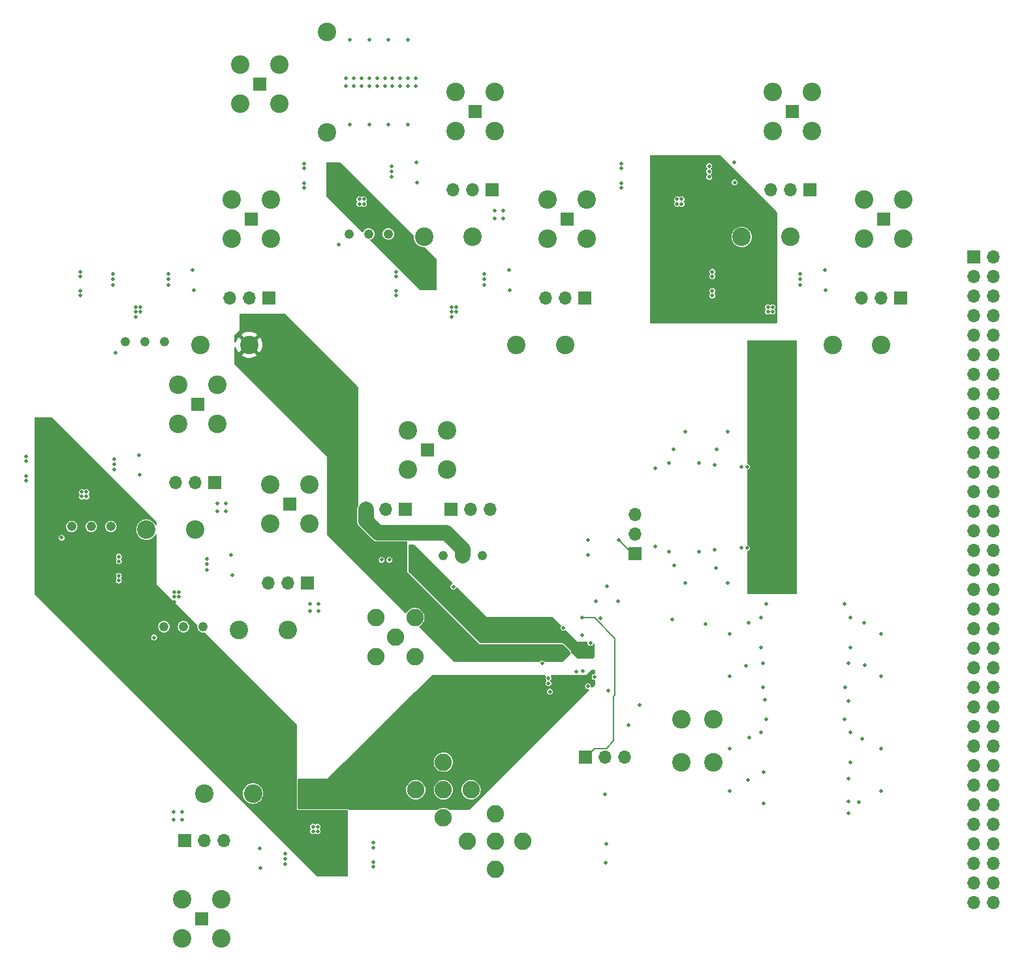
<source format=gbr>
%TF.GenerationSoftware,KiCad,Pcbnew,7.0.1-0*%
%TF.CreationDate,2023-04-17T18:56:10+01:00*%
%TF.ProjectId,cyborg65r2_pcb,6379626f-7267-4363-9572-325f7063622e,rev?*%
%TF.SameCoordinates,Original*%
%TF.FileFunction,Copper,L4,Bot*%
%TF.FilePolarity,Positive*%
%FSLAX46Y46*%
G04 Gerber Fmt 4.6, Leading zero omitted, Abs format (unit mm)*
G04 Created by KiCad (PCBNEW 7.0.1-0) date 2023-04-17 18:56:10*
%MOMM*%
%LPD*%
G01*
G04 APERTURE LIST*
%TA.AperFunction,ComponentPad*%
%ADD10R,1.785000X1.785000*%
%TD*%
%TA.AperFunction,ComponentPad*%
%ADD11C,2.400000*%
%TD*%
%TA.AperFunction,ComponentPad*%
%ADD12C,1.240000*%
%TD*%
%TA.AperFunction,ComponentPad*%
%ADD13R,1.700000X1.700000*%
%TD*%
%TA.AperFunction,ComponentPad*%
%ADD14O,1.700000X1.700000*%
%TD*%
%TA.AperFunction,ComponentPad*%
%ADD15C,2.250000*%
%TD*%
%TA.AperFunction,ViaPad*%
%ADD16C,0.500000*%
%TD*%
%TA.AperFunction,Conductor*%
%ADD17C,2.000000*%
%TD*%
%TA.AperFunction,Conductor*%
%ADD18C,0.127000*%
%TD*%
G04 APERTURE END LIST*
D10*
%TO.P,J19,1,CNTR*%
%TO.N,Net-(J19-CNTR)*%
X130700000Y-58800000D03*
D11*
%TO.P,J19,2,GND*%
%TO.N,GND*%
X128160000Y-61340000D03*
%TO.P,J19,3,GND*%
X133240000Y-61340000D03*
%TO.P,J19,4,GND*%
X133240000Y-56260000D03*
%TO.P,J19,5,GND*%
X128160000Y-56260000D03*
%TD*%
D10*
%TO.P,J26,1,CNTR*%
%TO.N,Net-(J26-CNTR)*%
X123700000Y-82800000D03*
D11*
%TO.P,J26,2,GND*%
%TO.N,GND*%
X121160000Y-85340000D03*
%TO.P,J26,3,GND*%
X126240000Y-85340000D03*
%TO.P,J26,4,GND*%
X126240000Y-80260000D03*
%TO.P,J26,5,GND*%
X121160000Y-80260000D03*
%TD*%
%TO.P,J42,1,PRB*%
%TO.N,/CLKRS*%
X186480000Y-123680000D03*
%TD*%
%TO.P,J9,1,PRB*%
%TO.N,VDDD1P2*%
X171400000Y-75100000D03*
%TD*%
%TO.P,J21,1,PRB*%
%TO.N,VDDOSC*%
X135400000Y-112100000D03*
%TD*%
D12*
%TO.P,VR2,1,CCW*%
%TO.N,Net-(U7-SET)*%
X119370000Y-111700000D03*
%TO.P,VR2,2,WIPER*%
%TO.N,GND*%
X121910000Y-111700000D03*
%TO.P,VR2,3,CW*%
%TO.N,unconnected-(VR2-CW-Pad3)*%
X124450000Y-111700000D03*
%TD*%
D13*
%TO.P,J38,1,Pin_1*%
%TO.N,Net-(J36-Pin_1)*%
X150625000Y-96500000D03*
D14*
%TO.P,J38,2,Pin_2*%
%TO.N,/IREF*%
X148085000Y-96500000D03*
%TO.P,J38,3,Pin_3*%
%TO.N,/IREF/IREF_INT*%
X145545000Y-96500000D03*
%TD*%
D13*
%TO.P,J41,1,Pin_1*%
%TO.N,/SDA*%
X180460000Y-102245000D03*
D14*
%TO.P,J41,2,Pin_2*%
%TO.N,GND*%
X180460000Y-99705000D03*
%TO.P,J41,3,Pin_3*%
%TO.N,/SCL*%
X180460000Y-97165000D03*
%TD*%
D11*
%TO.P,J1,1,PRB*%
%TO.N,VDD3P3*%
X212400000Y-75100000D03*
%TD*%
%TO.P,J29,1,PRB*%
%TO.N,VDDCCO*%
X159400000Y-61100000D03*
%TD*%
D13*
%TO.P,J36,1,Pin_1*%
%TO.N,Net-(J36-Pin_1)*%
X156575000Y-96500000D03*
D14*
%TO.P,J36,2,Pin_2*%
%TO.N,Net-(J36-Pin_2)*%
X159115000Y-96500000D03*
%TO.P,J36,3,Pin_3*%
%TO.N,VDDCCO*%
X161655000Y-96500000D03*
%TD*%
D15*
%TO.P,J47,1,CNTR*%
%TO.N,Net-(J47-CNTR)*%
X149360000Y-113060000D03*
%TO.P,J47,2,GND*%
%TO.N,GND*%
X151900000Y-115600000D03*
%TO.P,J47,3,GND*%
X151900000Y-110520000D03*
%TO.P,J47,4,GND*%
X146820000Y-110520000D03*
%TO.P,J47,5,GND*%
X146820000Y-115600000D03*
%TD*%
D10*
%TO.P,J15,1,CNTR*%
%TO.N,Net-(J15-CNTR)*%
X124290000Y-149660000D03*
D11*
%TO.P,J15,2,GND*%
%TO.N,GND*%
X126830000Y-147120000D03*
%TO.P,J15,3,GND*%
X121750000Y-147120000D03*
%TO.P,J15,4,GND*%
X121750000Y-152200000D03*
%TO.P,J15,5,GND*%
X126830000Y-152200000D03*
%TD*%
%TO.P,J17,1,PRB*%
%TO.N,VREF*%
X130400000Y-75100000D03*
%TD*%
%TO.P,J2,1,PRB*%
%TO.N,GND*%
X206100000Y-75100000D03*
%TD*%
%TO.P,J23,1,PRB*%
%TO.N,VDDTQ*%
X123400000Y-99100000D03*
%TD*%
%TO.P,J18,1,PRB*%
%TO.N,GND*%
X124090000Y-75100000D03*
%TD*%
D13*
%TO.P,J20,1,Pin_1*%
%TO.N,Net-(J19-CNTR)*%
X132930000Y-69000000D03*
D14*
%TO.P,J20,2,Pin_2*%
%TO.N,Net-(J20-Pin_2)*%
X130390000Y-69000000D03*
%TO.P,J20,3,Pin_3*%
%TO.N,/VREF/VREF_INT*%
X127850000Y-69000000D03*
%TD*%
D11*
%TO.P,J13,1,PRB*%
%TO.N,VDDA2P5*%
X124590000Y-133360000D03*
%TD*%
D10*
%TO.P,J37,1,CNTR*%
%TO.N,Net-(J36-Pin_1)*%
X153520000Y-88770000D03*
D11*
%TO.P,J37,2,GND*%
%TO.N,GND*%
X150980000Y-91310000D03*
%TO.P,J37,3,GND*%
X156060000Y-91310000D03*
%TO.P,J37,4,GND*%
X156060000Y-86230000D03*
%TO.P,J37,5,GND*%
X150980000Y-86230000D03*
%TD*%
D13*
%TO.P,J48,1,Pin_1*%
%TO.N,/RSTB*%
X174070000Y-128670000D03*
D14*
%TO.P,J48,2,Pin_2*%
%TO.N,GND*%
X176610000Y-128670000D03*
%TO.P,J48,3,Pin_3*%
%TO.N,/RSTBCLK*%
X179150000Y-128670000D03*
%TD*%
D11*
%TO.P,J14,1,PRB*%
%TO.N,GND*%
X130900000Y-133360000D03*
%TD*%
%TO.P,J24,1,PRB*%
%TO.N,GND*%
X117080000Y-99100000D03*
%TD*%
D10*
%TO.P,J11,1,CNTR*%
%TO.N,Net-(J11-CNTR)*%
X171700000Y-58800000D03*
D11*
%TO.P,J11,2,GND*%
%TO.N,GND*%
X169160000Y-61340000D03*
%TO.P,J11,3,GND*%
X174240000Y-61340000D03*
%TO.P,J11,4,GND*%
X174240000Y-56260000D03*
%TO.P,J11,5,GND*%
X169160000Y-56260000D03*
%TD*%
D13*
%TO.P,J16,1,Pin_1*%
%TO.N,Net-(J15-CNTR)*%
X122060000Y-139460000D03*
D14*
%TO.P,J16,2,Pin_2*%
%TO.N,Net-(J16-Pin_2)*%
X124600000Y-139460000D03*
%TO.P,J16,3,Pin_3*%
%TO.N,/VDDA2P5/VDDA2P5_INT*%
X127140000Y-139460000D03*
%TD*%
D15*
%TO.P,J40,1,CNTR*%
%TO.N,/CLKIN_N*%
X162320000Y-139572102D03*
%TO.P,J40,2,GND*%
%TO.N,GND*%
X165912102Y-139572102D03*
%TO.P,J40,3,GND*%
X162320000Y-135980000D03*
%TO.P,J40,4,GND*%
X158727898Y-139572102D03*
%TO.P,J40,5,GND*%
X162320000Y-143164204D03*
%TD*%
D13*
%TO.P,J27,1,Pin_1*%
%TO.N,Net-(J25-CNTR)*%
X137930000Y-106000000D03*
D14*
%TO.P,J27,2,Pin_2*%
%TO.N,Net-(J27-Pin_2)*%
X135390000Y-106000000D03*
%TO.P,J27,3,Pin_3*%
%TO.N,/VDDACORE/VDDOSC_INT*%
X132850000Y-106000000D03*
%TD*%
D11*
%TO.P,J43,1,PRB*%
%TO.N,GND*%
X190630000Y-123690000D03*
%TD*%
D10*
%TO.P,J7,1,CNTR*%
%TO.N,Net-(J7-CNTR)*%
X200900000Y-44800000D03*
D11*
%TO.P,J7,2,GND*%
%TO.N,GND*%
X198360000Y-47340000D03*
%TO.P,J7,3,GND*%
X203440000Y-47340000D03*
%TO.P,J7,4,GND*%
X203440000Y-42260000D03*
%TO.P,J7,5,GND*%
X198360000Y-42260000D03*
%TD*%
D12*
%TO.P,VR1,1,CCW*%
%TO.N,Net-(U6-SET)*%
X114370000Y-74700000D03*
%TO.P,VR1,2,WIPER*%
%TO.N,GND*%
X116910000Y-74700000D03*
%TO.P,VR1,3,CW*%
%TO.N,unconnected-(VR1-CW-Pad3)*%
X119450000Y-74700000D03*
%TD*%
D11*
%TO.P,J34,1,PRB*%
%TO.N,VDDEXT*%
X140500000Y-34500000D03*
%TD*%
D13*
%TO.P,J4,1,Pin_1*%
%TO.N,Net-(J3-CNTR)*%
X214940000Y-69000000D03*
D14*
%TO.P,J4,2,Pin_2*%
%TO.N,VDD3P3*%
X212400000Y-69000000D03*
%TO.P,J4,3,Pin_3*%
%TO.N,/VDD3P3/VDD3P3_INT*%
X209860000Y-69000000D03*
%TD*%
D11*
%TO.P,J5,1,PRB*%
%TO.N,VDDD2P5*%
X200610000Y-61100000D03*
%TD*%
%TO.P,J44,1,PRB*%
%TO.N,/CCOUT*%
X186490000Y-129330000D03*
%TD*%
D13*
%TO.P,J28,1,Pin_1*%
%TO.N,Net-(J26-CNTR)*%
X125930000Y-93000000D03*
D14*
%TO.P,J28,2,Pin_2*%
%TO.N,Net-(J28-Pin_2)*%
X123390000Y-93000000D03*
%TO.P,J28,3,Pin_3*%
%TO.N,/VDDACORE/VDDTQ_INT*%
X120850000Y-93000000D03*
%TD*%
D13*
%TO.P,J8,1,Pin_1*%
%TO.N,Net-(J7-CNTR)*%
X203140000Y-55000000D03*
D14*
%TO.P,J8,2,Pin_2*%
%TO.N,VDDD2P5*%
X200600000Y-55000000D03*
%TO.P,J8,3,Pin_3*%
%TO.N,/VDDD2P5/VDDD2P5_INT*%
X198060000Y-55000000D03*
%TD*%
D11*
%TO.P,J6,1,PRB*%
%TO.N,GND*%
X194300000Y-61100000D03*
%TD*%
D12*
%TO.P,VR4,1,CCW*%
%TO.N,Net-(U9-SET)*%
X143370000Y-60700000D03*
%TO.P,VR4,2,WIPER*%
%TO.N,GND*%
X145910000Y-60700000D03*
%TO.P,VR4,3,CW*%
%TO.N,unconnected-(VR4-CW-Pad3)*%
X148450000Y-60700000D03*
%TD*%
D13*
%TO.P,J46,1,Pin_1*%
%TO.N,/DIGBUF_LEVSHIFT/AUX_BUF11*%
X224370000Y-63670000D03*
D14*
%TO.P,J46,2,Pin_2*%
%TO.N,GND*%
X226910000Y-63670000D03*
%TO.P,J46,3,Pin_3*%
%TO.N,/DIGBUF_LEVSHIFT/AUX_BUF10*%
X224370000Y-66210000D03*
%TO.P,J46,4,Pin_4*%
%TO.N,GND*%
X226910000Y-66210000D03*
%TO.P,J46,5,Pin_5*%
%TO.N,/DIGBUF_LEVSHIFT/AUX_BUF9*%
X224370000Y-68750000D03*
%TO.P,J46,6,Pin_6*%
%TO.N,GND*%
X226910000Y-68750000D03*
%TO.P,J46,7,Pin_7*%
%TO.N,/DIGBUF_LEVSHIFT/AUX_BUF8*%
X224370000Y-71290000D03*
%TO.P,J46,8,Pin_8*%
%TO.N,GND*%
X226910000Y-71290000D03*
%TO.P,J46,9,Pin_9*%
%TO.N,/DIGBUF_LEVSHIFT/AUX_BUF7*%
X224370000Y-73830000D03*
%TO.P,J46,10,Pin_10*%
%TO.N,GND*%
X226910000Y-73830000D03*
%TO.P,J46,11,Pin_11*%
%TO.N,/DIGBUF_LEVSHIFT/AUX_BUF6*%
X224370000Y-76370000D03*
%TO.P,J46,12,Pin_12*%
%TO.N,GND*%
X226910000Y-76370000D03*
%TO.P,J46,13,Pin_13*%
%TO.N,/DIGBUF_LEVSHIFT/AUX_BUF5*%
X224370000Y-78910000D03*
%TO.P,J46,14,Pin_14*%
%TO.N,GND*%
X226910000Y-78910000D03*
%TO.P,J46,15,Pin_15*%
%TO.N,/DIGBUF_LEVSHIFT/AUX_BUF4*%
X224370000Y-81450000D03*
%TO.P,J46,16,Pin_16*%
%TO.N,GND*%
X226910000Y-81450000D03*
%TO.P,J46,17,Pin_17*%
%TO.N,/DIGBUF_LEVSHIFT/AUX_BUF3*%
X224370000Y-83990000D03*
%TO.P,J46,18,Pin_18*%
%TO.N,GND*%
X226910000Y-83990000D03*
%TO.P,J46,19,Pin_19*%
%TO.N,/DIGBUF_LEVSHIFT/AUX_BUF2*%
X224370000Y-86530000D03*
%TO.P,J46,20,Pin_20*%
%TO.N,GND*%
X226910000Y-86530000D03*
%TO.P,J46,21,Pin_21*%
%TO.N,/DIGBUF_LEVSHIFT/AUX_BUF1*%
X224370000Y-89070000D03*
%TO.P,J46,22,Pin_22*%
%TO.N,GND*%
X226910000Y-89070000D03*
%TO.P,J46,23,Pin_23*%
%TO.N,/DIGBUF_LEVSHIFT/AUX_BUF0*%
X224370000Y-91610000D03*
%TO.P,J46,24,Pin_24*%
%TO.N,GND*%
X226910000Y-91610000D03*
%TO.P,J46,25,Pin_25*%
%TO.N,/DIGBUF_LEVSHIFT/CLKRS_BUF*%
X224370000Y-94150000D03*
%TO.P,J46,26,Pin_26*%
%TO.N,GND*%
X226910000Y-94150000D03*
%TO.P,J46,27,Pin_27*%
%TO.N,/DIGBUF_LEVSHIFT/CCOUT_BUF*%
X224370000Y-96690000D03*
%TO.P,J46,28,Pin_28*%
%TO.N,GND*%
X226910000Y-96690000D03*
%TO.P,J46,29,Pin_29*%
%TO.N,/DIGBUF_LEVSHIFT/CLKOUT_BUF*%
X224370000Y-99230000D03*
%TO.P,J46,30,Pin_30*%
%TO.N,GND*%
X226910000Y-99230000D03*
%TO.P,J46,31,Pin_31*%
%TO.N,/DIGBUF_LEVSHIFT/DOUT_BUF0*%
X224370000Y-101770000D03*
%TO.P,J46,32,Pin_32*%
%TO.N,GND*%
X226910000Y-101770000D03*
%TO.P,J46,33,Pin_33*%
%TO.N,/DIGBUF_LEVSHIFT/DOUT_BUF1*%
X224370000Y-104310000D03*
%TO.P,J46,34,Pin_34*%
%TO.N,GND*%
X226910000Y-104310000D03*
%TO.P,J46,35,Pin_35*%
%TO.N,/DIGBUF_LEVSHIFT/DOUT_BUF2*%
X224370000Y-106850000D03*
%TO.P,J46,36,Pin_36*%
%TO.N,GND*%
X226910000Y-106850000D03*
%TO.P,J46,37,Pin_37*%
%TO.N,/DIGBUF_LEVSHIFT/DOUT_BUF3*%
X224370000Y-109390000D03*
%TO.P,J46,38,Pin_38*%
%TO.N,GND*%
X226910000Y-109390000D03*
%TO.P,J46,39,Pin_39*%
%TO.N,/DIGBUF_LEVSHIFT/DOUT_BUF4*%
X224370000Y-111930000D03*
%TO.P,J46,40,Pin_40*%
%TO.N,GND*%
X226910000Y-111930000D03*
%TO.P,J46,41,Pin_41*%
%TO.N,/DIGBUF_LEVSHIFT/DOUT_BUF5*%
X224370000Y-114470000D03*
%TO.P,J46,42,Pin_42*%
%TO.N,GND*%
X226910000Y-114470000D03*
%TO.P,J46,43,Pin_43*%
%TO.N,/DIGBUF_LEVSHIFT/DOUT_BUF6*%
X224370000Y-117010000D03*
%TO.P,J46,44,Pin_44*%
%TO.N,GND*%
X226910000Y-117010000D03*
%TO.P,J46,45,Pin_45*%
%TO.N,/DIGBUF_LEVSHIFT/DOUT_BUF7*%
X224370000Y-119550000D03*
%TO.P,J46,46,Pin_46*%
%TO.N,GND*%
X226910000Y-119550000D03*
%TO.P,J46,47,Pin_47*%
%TO.N,/DIGBUF_LEVSHIFT/DOUT_BUF8*%
X224370000Y-122090000D03*
%TO.P,J46,48,Pin_48*%
%TO.N,GND*%
X226910000Y-122090000D03*
%TO.P,J46,49,Pin_49*%
%TO.N,/DIGBUF_LEVSHIFT/DOUT_BUF9*%
X224370000Y-124630000D03*
%TO.P,J46,50,Pin_50*%
%TO.N,GND*%
X226910000Y-124630000D03*
%TO.P,J46,51,Pin_51*%
%TO.N,/DIGBUF_LEVSHIFT/DOUT_BUF10*%
X224370000Y-127170000D03*
%TO.P,J46,52,Pin_52*%
%TO.N,GND*%
X226910000Y-127170000D03*
%TO.P,J46,53,Pin_53*%
%TO.N,/DIGBUF_LEVSHIFT/DOUT_BUF11*%
X224370000Y-129710000D03*
%TO.P,J46,54,Pin_54*%
%TO.N,GND*%
X226910000Y-129710000D03*
%TO.P,J46,55,Pin_55*%
%TO.N,/DIGBUF_LEVSHIFT/DOUT_BUF12*%
X224370000Y-132250000D03*
%TO.P,J46,56,Pin_56*%
%TO.N,GND*%
X226910000Y-132250000D03*
%TO.P,J46,57,Pin_57*%
%TO.N,/DIGBUF_LEVSHIFT/DOUT_BUF13*%
X224370000Y-134790000D03*
%TO.P,J46,58,Pin_58*%
%TO.N,GND*%
X226910000Y-134790000D03*
%TO.P,J46,59,Pin_59*%
%TO.N,/DIGBUF_LEVSHIFT/DOUT_BUF14*%
X224370000Y-137330000D03*
%TO.P,J46,60,Pin_60*%
%TO.N,GND*%
X226910000Y-137330000D03*
%TO.P,J46,61,Pin_61*%
%TO.N,/DIGBUF_LEVSHIFT/DOUT_BUF15*%
X224370000Y-139870000D03*
%TO.P,J46,62,Pin_62*%
%TO.N,GND*%
X226910000Y-139870000D03*
%TO.P,J46,63,Pin_63*%
%TO.N,/DIGBUF_LEVSHIFT/DOUT_BUF16*%
X224370000Y-142410000D03*
%TO.P,J46,64,Pin_64*%
%TO.N,GND*%
X226910000Y-142410000D03*
%TO.P,J46,65,Pin_65*%
%TO.N,/DIGBUF_LEVSHIFT/DOUT_BUF17*%
X224370000Y-144950000D03*
%TO.P,J46,66,Pin_66*%
%TO.N,GND*%
X226910000Y-144950000D03*
%TO.P,J46,67,Pin_67*%
%TO.N,/DIGBUF_LEVSHIFT/DOUT_BUF18*%
X224370000Y-147490000D03*
%TO.P,J46,68,Pin_68*%
%TO.N,GND*%
X226910000Y-147490000D03*
%TD*%
D11*
%TO.P,J35,1,PRB*%
%TO.N,GND*%
X140500000Y-47500000D03*
%TD*%
%TO.P,J22,1,PRB*%
%TO.N,GND*%
X129080000Y-112100000D03*
%TD*%
D10*
%TO.P,J3,1,CNTR*%
%TO.N,Net-(J3-CNTR)*%
X212700000Y-58800000D03*
D11*
%TO.P,J3,2,GND*%
%TO.N,GND*%
X210160000Y-61340000D03*
%TO.P,J3,3,GND*%
X215240000Y-61340000D03*
%TO.P,J3,4,GND*%
X215240000Y-56260000D03*
%TO.P,J3,5,GND*%
X210160000Y-56260000D03*
%TD*%
D15*
%TO.P,J39,1,CNTR*%
%TO.N,/CLKIN_P*%
X155612102Y-132872102D03*
%TO.P,J39,2,GND*%
%TO.N,GND*%
X159204204Y-132872102D03*
%TO.P,J39,3,GND*%
X155612102Y-129280000D03*
%TO.P,J39,4,GND*%
X152020000Y-132872102D03*
%TO.P,J39,5,GND*%
X155612102Y-136464204D03*
%TD*%
D10*
%TO.P,J25,1,CNTR*%
%TO.N,Net-(J25-CNTR)*%
X135700000Y-95800000D03*
D11*
%TO.P,J25,2,GND*%
%TO.N,GND*%
X133160000Y-98340000D03*
%TO.P,J25,3,GND*%
X138240000Y-98340000D03*
%TO.P,J25,4,GND*%
X138240000Y-93260000D03*
%TO.P,J25,5,GND*%
X133160000Y-93260000D03*
%TD*%
%TO.P,J10,1,PRB*%
%TO.N,GND*%
X165100000Y-75100000D03*
%TD*%
D12*
%TO.P,VR3,1,CCW*%
%TO.N,Net-(U8-SET)*%
X107370000Y-98700000D03*
%TO.P,VR3,2,WIPER*%
%TO.N,GND*%
X109910000Y-98700000D03*
%TO.P,VR3,3,CW*%
%TO.N,unconnected-(VR3-CW-Pad3)*%
X112450000Y-98700000D03*
%TD*%
D13*
%TO.P,J12,1,Pin_1*%
%TO.N,Net-(J11-CNTR)*%
X173935000Y-69000000D03*
D14*
%TO.P,J12,2,Pin_2*%
%TO.N,VDDD1P2*%
X171395000Y-69000000D03*
%TO.P,J12,3,Pin_3*%
%TO.N,/VDDD1P2/VDD1P2_INT*%
X168855000Y-69000000D03*
%TD*%
D10*
%TO.P,J31,1,CNTR*%
%TO.N,Net-(J31-CNTR)*%
X159700000Y-44800000D03*
D11*
%TO.P,J31,2,GND*%
%TO.N,GND*%
X157160000Y-47340000D03*
%TO.P,J31,3,GND*%
X162240000Y-47340000D03*
%TO.P,J31,4,GND*%
X162240000Y-42260000D03*
%TO.P,J31,5,GND*%
X157160000Y-42260000D03*
%TD*%
D12*
%TO.P,VR5,1,CCW*%
%TO.N,unconnected-(VR5-CCW-Pad1)*%
X155560000Y-102500000D03*
%TO.P,VR5,2,WIPER*%
%TO.N,/IREF/IREF_INT*%
X158100000Y-102500000D03*
%TO.P,VR5,3,CW*%
%TO.N,Net-(J36-Pin_2)*%
X160640000Y-102500000D03*
%TD*%
D10*
%TO.P,J33,1,CNTR*%
%TO.N,Net-(J33-CNTR)*%
X131820000Y-41250000D03*
D11*
%TO.P,J33,2,GND*%
%TO.N,GND*%
X134360000Y-43790000D03*
%TO.P,J33,3,GND*%
X134360000Y-38710000D03*
%TO.P,J33,4,GND*%
X129280000Y-38710000D03*
%TO.P,J33,5,GND*%
X129280000Y-43790000D03*
%TD*%
D13*
%TO.P,J32,1,Pin_1*%
%TO.N,Net-(J31-CNTR)*%
X161930000Y-55000000D03*
D14*
%TO.P,J32,2,Pin_2*%
%TO.N,Net-(J32-Pin_2)*%
X159390000Y-55000000D03*
%TO.P,J32,3,Pin_3*%
%TO.N,/VDDACORE/VDDCCO_INT*%
X156850000Y-55000000D03*
%TD*%
D11*
%TO.P,J30,1,PRB*%
%TO.N,GND*%
X153080000Y-61100000D03*
%TD*%
%TO.P,J45,1,PRB*%
%TO.N,GND*%
X190630000Y-129330000D03*
%TD*%
D16*
%TO.N,VDDEXT*%
X104800000Y-88500000D03*
X142290000Y-141860000D03*
X143000000Y-40500000D03*
X115700000Y-71500000D03*
X145000000Y-40500000D03*
X112700000Y-67300000D03*
X194700000Y-67300000D03*
X150000000Y-40500000D03*
X120700000Y-108500000D03*
X112700000Y-66600000D03*
X185900000Y-57500000D03*
X104800000Y-87500000D03*
X148000000Y-41500000D03*
X145000000Y-41500000D03*
X142290000Y-142560000D03*
X153700000Y-65900000D03*
X108700000Y-95500000D03*
X156700000Y-71500000D03*
X182900000Y-52600000D03*
X146000000Y-41500000D03*
X141700000Y-51900000D03*
X197700000Y-71500000D03*
X144000000Y-41500000D03*
X105500000Y-88500000D03*
X105700000Y-89900000D03*
X147000000Y-40500000D03*
X153700000Y-66600000D03*
X152000000Y-41500000D03*
X141700000Y-52600000D03*
X105700000Y-90600000D03*
X141700000Y-53300000D03*
X117700000Y-104300000D03*
X104100000Y-87500000D03*
X149000000Y-40500000D03*
X144700000Y-57500000D03*
X182900000Y-51900000D03*
X146000000Y-40500000D03*
X149000000Y-41500000D03*
X143000000Y-41500000D03*
X151000000Y-40500000D03*
X194700000Y-66600000D03*
X139290000Y-136960000D03*
X150000000Y-41500000D03*
X112700000Y-65900000D03*
X105500000Y-87500000D03*
X144000000Y-40500000D03*
X182900000Y-53300000D03*
X142290000Y-141160000D03*
X148000000Y-40500000D03*
X104100000Y-88500000D03*
X147000000Y-41500000D03*
X117700000Y-102900000D03*
X151000000Y-41500000D03*
X152000000Y-40500000D03*
X194700000Y-65900000D03*
X105700000Y-91300000D03*
X117700000Y-103600000D03*
X153700000Y-67300000D03*
%TO.N,/VDD3P3/VDD3P3_INT*%
X201900000Y-67300000D03*
X201900000Y-66600000D03*
X201900000Y-65900000D03*
%TO.N,VDD3P3*%
X185470000Y-88680000D03*
X209510000Y-134500000D03*
X210170000Y-111180000D03*
X191030000Y-88630000D03*
X209890000Y-126250000D03*
X210250000Y-116730000D03*
%TO.N,VDDD2P5*%
X200000000Y-75500000D03*
X198000000Y-78500000D03*
X197000000Y-76500000D03*
X199000000Y-104500000D03*
X198000000Y-80500000D03*
X198000000Y-77500000D03*
X190970000Y-104070000D03*
X198000000Y-105500000D03*
X174402500Y-102375000D03*
X200000000Y-105500000D03*
X197000000Y-106500000D03*
X197000000Y-102500000D03*
X198000000Y-103500000D03*
X199000000Y-77500000D03*
X199000000Y-106500000D03*
X200000000Y-106500000D03*
X199000000Y-101500000D03*
X197000000Y-77500000D03*
X199000000Y-78500000D03*
X198000000Y-76500000D03*
X197000000Y-104500000D03*
X200000000Y-80500000D03*
X199000000Y-80500000D03*
X181080000Y-121820000D03*
X199000000Y-75500000D03*
X200000000Y-76500000D03*
X174402500Y-100435000D03*
X200000000Y-78500000D03*
X198000000Y-79500000D03*
X200000000Y-104500000D03*
X198000000Y-101500000D03*
X200000000Y-102500000D03*
X197000000Y-79500000D03*
X200000000Y-103500000D03*
X176610000Y-133470000D03*
X198000000Y-75500000D03*
X200000000Y-77500000D03*
X198000000Y-106500000D03*
X198000000Y-102500000D03*
X198000000Y-104500000D03*
X194880000Y-116750000D03*
X185580000Y-103710000D03*
X199000000Y-103500000D03*
X199000000Y-79500000D03*
X197000000Y-80500000D03*
X200000000Y-101500000D03*
X195110000Y-131610000D03*
X195200000Y-111190000D03*
X200000000Y-79500000D03*
X197000000Y-105500000D03*
X195290000Y-126100000D03*
X199000000Y-105500000D03*
X199000000Y-76500000D03*
X197000000Y-75500000D03*
X197000000Y-103500000D03*
X197000000Y-101500000D03*
X185290000Y-110760000D03*
X199000000Y-102500000D03*
X197000000Y-78500000D03*
%TO.N,/VDDD2P5/VDDD2P5_INT*%
X190100000Y-51900000D03*
X190100000Y-53300000D03*
X190100000Y-52600000D03*
%TO.N,/VDDD1P2/VDD1P2_INT*%
X160900000Y-67300000D03*
X160900000Y-65900000D03*
X160900000Y-66600000D03*
%TO.N,VDDD1P2*%
X175370000Y-108400000D03*
X178250000Y-108400000D03*
%TO.N,/VDDA2P5/VDDA2P5_INT*%
X135090000Y-141160000D03*
X135090000Y-142560000D03*
X135090000Y-141860000D03*
%TO.N,VDDA2P5*%
X140000000Y-132000000D03*
X138000000Y-135000000D03*
X121690000Y-136760000D03*
X121690000Y-135760000D03*
X140000000Y-133000000D03*
X120590000Y-136760000D03*
X140000000Y-134000000D03*
X138000000Y-134000000D03*
X138000000Y-133000000D03*
X120590000Y-135760000D03*
X138000000Y-132000000D03*
X140000000Y-135000000D03*
X139000000Y-135000000D03*
X174330000Y-118470000D03*
X137000000Y-133000000D03*
X139000000Y-134000000D03*
X139000000Y-133000000D03*
X139000000Y-132000000D03*
X137000000Y-135000000D03*
X137000000Y-132000000D03*
X137000000Y-134000000D03*
%TO.N,/VREF/VREF_INT*%
X119900000Y-65900000D03*
X119900000Y-66600000D03*
X119900000Y-67300000D03*
%TO.N,VREF*%
X133300000Y-71700000D03*
X133300000Y-72700000D03*
X134400000Y-71700000D03*
X170880000Y-115535500D03*
X134400000Y-72700000D03*
X113070000Y-76120000D03*
%TO.N,/VDDACORE/VDDTQ_INT*%
X112900000Y-89900000D03*
X112900000Y-90600000D03*
X112900000Y-91300000D03*
%TO.N,/VDDACORE/VDDCCO_INT*%
X148900000Y-51900000D03*
X148900000Y-53300000D03*
X148900000Y-52600000D03*
%TO.N,VDDOSC*%
X169230000Y-119050000D03*
X139400000Y-109700000D03*
X138300000Y-109700000D03*
X169230000Y-118380000D03*
X138300000Y-108700000D03*
X139400000Y-108700000D03*
X118070000Y-113120000D03*
%TO.N,VDDTQ*%
X127400000Y-95700000D03*
X126300000Y-96700000D03*
X126300000Y-95700000D03*
X127400000Y-96700000D03*
X106070000Y-100120000D03*
X173700000Y-117460000D03*
X172870000Y-117500000D03*
%TO.N,/VDDACORE/VDDOSC_INT*%
X124900000Y-104300000D03*
X124900000Y-103600000D03*
X124900000Y-102900000D03*
%TO.N,/IREF*%
X151600000Y-102000000D03*
X151600000Y-104000000D03*
X151600000Y-103000000D03*
X174710000Y-114640000D03*
%TO.N,/SDA*%
X178330000Y-100435000D03*
%TO.N,/RSTB*%
X173630000Y-110550000D03*
%TO.N,GND*%
X208370000Y-110510000D03*
X186960000Y-86370000D03*
X212420000Y-118110000D03*
X168430000Y-116460000D03*
X176710000Y-139920000D03*
X116200000Y-92000000D03*
X146000000Y-35500000D03*
X197310000Y-121160000D03*
X108500000Y-68100000D03*
X197700000Y-70800000D03*
X183110000Y-101289000D03*
X208370000Y-125440000D03*
X186500000Y-56200000D03*
X178700000Y-52200000D03*
X121300000Y-107200000D03*
X190500000Y-68700000D03*
X148500000Y-46500000D03*
X174360000Y-119420000D03*
X108700000Y-94800000D03*
X146490000Y-140360000D03*
X192751000Y-133040000D03*
X149500000Y-66200000D03*
X176020000Y-110600000D03*
X116100000Y-89400000D03*
X108500000Y-65600000D03*
X197051000Y-116460000D03*
X169420000Y-120130000D03*
X139290000Y-137660000D03*
X190810000Y-90670000D03*
X190810000Y-101739000D03*
X176810000Y-106460000D03*
X138690000Y-138260000D03*
X208120000Y-121380000D03*
X131790000Y-140460000D03*
X188760000Y-90420000D03*
X152100000Y-51400000D03*
X101500000Y-89600000D03*
X123100000Y-65400000D03*
X113500000Y-105100000D03*
X198300000Y-70200000D03*
X176660000Y-142370000D03*
X195010000Y-90920000D03*
X149500000Y-68100000D03*
X184860000Y-90420000D03*
X179640000Y-124500000D03*
X148500000Y-35500000D03*
X176990000Y-119960000D03*
X137500000Y-54700000D03*
X131890000Y-143060000D03*
X192751000Y-112610000D03*
X128100000Y-102400000D03*
X152200000Y-54000000D03*
X113500000Y-102600000D03*
X194310000Y-90920000D03*
X109300000Y-94800000D03*
X156700000Y-70200000D03*
X190500000Y-65600000D03*
X196801000Y-110510000D03*
X149500000Y-65600000D03*
X145300000Y-56200000D03*
X121300000Y-107800000D03*
X144700000Y-56800000D03*
X156700000Y-70800000D03*
X178700000Y-51600000D03*
X190500000Y-66200000D03*
X123200000Y-68000000D03*
X116300000Y-70800000D03*
X109300000Y-94200000D03*
X196801000Y-114410000D03*
X146490000Y-142860000D03*
X108500000Y-66200000D03*
X178700000Y-54700000D03*
X157300000Y-70200000D03*
X208120000Y-116460000D03*
X146490000Y-139760000D03*
X196801000Y-125440000D03*
X184860000Y-101989000D03*
X148600000Y-103000000D03*
X208114000Y-135890000D03*
X115700000Y-70200000D03*
X188760000Y-101989000D03*
X185900000Y-56800000D03*
X178700000Y-54100000D03*
X151000000Y-46500000D03*
X208370000Y-114410000D03*
X208120000Y-131390000D03*
X192460000Y-86370000D03*
X144700000Y-56200000D03*
X212420000Y-133040000D03*
X207725000Y-119595000D03*
X197501000Y-123690000D03*
X208114000Y-134390000D03*
X120700000Y-107200000D03*
X164200000Y-68000000D03*
X101500000Y-92100000D03*
X137500000Y-52200000D03*
X205100000Y-65400000D03*
X193300000Y-51400000D03*
X137500000Y-54100000D03*
X101500000Y-92700000D03*
X208370000Y-129340000D03*
X195010000Y-101489000D03*
X137500000Y-51600000D03*
X113500000Y-103200000D03*
X192460000Y-106039000D03*
X138690000Y-137660000D03*
X197103970Y-119603970D03*
X108500000Y-68700000D03*
X128200000Y-105000000D03*
X197501000Y-108760000D03*
X146000000Y-46500000D03*
X149500000Y-68700000D03*
X185900000Y-56200000D03*
X186500000Y-56800000D03*
X212420000Y-127540000D03*
X192751000Y-127540000D03*
X113500000Y-105700000D03*
X189640000Y-111330000D03*
X197700000Y-70200000D03*
X120700000Y-107800000D03*
X198300000Y-70800000D03*
X212420000Y-112610000D03*
X116300000Y-70200000D03*
X115700000Y-70800000D03*
X190500000Y-68100000D03*
X207670000Y-108760000D03*
X171170000Y-111850000D03*
X151000000Y-35500000D03*
X164100000Y-65400000D03*
X192751000Y-118110000D03*
X183110000Y-91120000D03*
X157300000Y-70800000D03*
X186960000Y-106039000D03*
X193400000Y-54000000D03*
X197180000Y-134660000D03*
X174682937Y-113807063D03*
X145300000Y-56800000D03*
X143500000Y-46500000D03*
X175230000Y-118220000D03*
X108700000Y-94200000D03*
X147600000Y-103000000D03*
X139290000Y-138260000D03*
X146490000Y-142260000D03*
X143500000Y-35500000D03*
X207670000Y-123690000D03*
X194310000Y-101489000D03*
X205200000Y-68000000D03*
X101500000Y-90200000D03*
X197170000Y-130540000D03*
%TO.N,VDDCCO*%
X173620000Y-112780000D03*
X156900000Y-106500000D03*
X163400000Y-58700000D03*
X142070000Y-62120000D03*
X162300000Y-58700000D03*
X162300000Y-57700000D03*
X163400000Y-57700000D03*
%TD*%
D17*
%TO.N,/IREF/IREF_INT*%
X147100000Y-99500000D02*
X145545000Y-97945000D01*
X158100000Y-101623188D02*
X155976812Y-99500000D01*
X145545000Y-97945000D02*
X145545000Y-96500000D01*
X155976812Y-99500000D02*
X147100000Y-99500000D01*
X158100000Y-102500000D02*
X158100000Y-101623188D01*
D18*
%TO.N,/SDA*%
X180140000Y-102245000D02*
X178330000Y-100435000D01*
X180460000Y-102245000D02*
X180140000Y-102245000D01*
%TO.N,/RSTB*%
X177883500Y-113233500D02*
X175200000Y-110550000D01*
X175200000Y-110550000D02*
X173630000Y-110550000D01*
X176750000Y-127490000D02*
X177710000Y-126530000D01*
X175250000Y-127490000D02*
X176750000Y-127490000D01*
X177710000Y-120770000D02*
X177883500Y-120596500D01*
X177710000Y-126530000D02*
X177710000Y-120770000D01*
X177883500Y-120596500D02*
X177883500Y-113233500D01*
X174070000Y-128670000D02*
X175250000Y-127490000D01*
%TD*%
%TA.AperFunction,Conductor*%
%TO.N,VDDEXT*%
G36*
X191518306Y-50518306D02*
G01*
X198881694Y-57881694D01*
X198900000Y-57925888D01*
X198900000Y-72237500D01*
X198881694Y-72281694D01*
X198837500Y-72300000D01*
X182462500Y-72300000D01*
X182418306Y-72281694D01*
X182400000Y-72237500D01*
X182400000Y-70799999D01*
X197317794Y-70799999D01*
X197336500Y-70918109D01*
X197390788Y-71024655D01*
X197475344Y-71109211D01*
X197581890Y-71163499D01*
X197581892Y-71163500D01*
X197700000Y-71182206D01*
X197818108Y-71163500D01*
X197924655Y-71109211D01*
X197955807Y-71078058D01*
X197983824Y-71061884D01*
X198016176Y-71061884D01*
X198044192Y-71078058D01*
X198075345Y-71109211D01*
X198075346Y-71109212D01*
X198181890Y-71163499D01*
X198181892Y-71163500D01*
X198300000Y-71182206D01*
X198418108Y-71163500D01*
X198524655Y-71109211D01*
X198609211Y-71024655D01*
X198663500Y-70918108D01*
X198682206Y-70800000D01*
X198663500Y-70681892D01*
X198609211Y-70575345D01*
X198578058Y-70544192D01*
X198561884Y-70516176D01*
X198561884Y-70483824D01*
X198578058Y-70455807D01*
X198609211Y-70424655D01*
X198663500Y-70318108D01*
X198682206Y-70200000D01*
X198663500Y-70081892D01*
X198663499Y-70081890D01*
X198609211Y-69975344D01*
X198524655Y-69890788D01*
X198418109Y-69836500D01*
X198359054Y-69827147D01*
X198300000Y-69817794D01*
X198299999Y-69817794D01*
X198181890Y-69836500D01*
X198075344Y-69890788D01*
X198044194Y-69921939D01*
X198000000Y-69940245D01*
X197955806Y-69921939D01*
X197924655Y-69890788D01*
X197818109Y-69836500D01*
X197759054Y-69827147D01*
X197700000Y-69817794D01*
X197699999Y-69817794D01*
X197581890Y-69836500D01*
X197475344Y-69890788D01*
X197390788Y-69975344D01*
X197336500Y-70081890D01*
X197317794Y-70199999D01*
X197336500Y-70318109D01*
X197390788Y-70424655D01*
X197421939Y-70455806D01*
X197440245Y-70500000D01*
X197421939Y-70544194D01*
X197390788Y-70575344D01*
X197336500Y-70681890D01*
X197317794Y-70799999D01*
X182400000Y-70799999D01*
X182400000Y-68699999D01*
X190117794Y-68699999D01*
X190136500Y-68818109D01*
X190190788Y-68924655D01*
X190275344Y-69009211D01*
X190381890Y-69063499D01*
X190381892Y-69063500D01*
X190500000Y-69082206D01*
X190618108Y-69063500D01*
X190724655Y-69009211D01*
X190809211Y-68924655D01*
X190863500Y-68818108D01*
X190882206Y-68700000D01*
X190863500Y-68581892D01*
X190809211Y-68475345D01*
X190778058Y-68444192D01*
X190761884Y-68416176D01*
X190761884Y-68383824D01*
X190778058Y-68355807D01*
X190809211Y-68324655D01*
X190863500Y-68218108D01*
X190882206Y-68100000D01*
X190863500Y-67981892D01*
X190863499Y-67981890D01*
X190809211Y-67875344D01*
X190724655Y-67790788D01*
X190618109Y-67736500D01*
X190500000Y-67717794D01*
X190381890Y-67736500D01*
X190275344Y-67790788D01*
X190190788Y-67875344D01*
X190136500Y-67981890D01*
X190117794Y-68100000D01*
X190136500Y-68218109D01*
X190190788Y-68324655D01*
X190221939Y-68355806D01*
X190240245Y-68400000D01*
X190221939Y-68444194D01*
X190190788Y-68475344D01*
X190136500Y-68581890D01*
X190117794Y-68699999D01*
X182400000Y-68699999D01*
X182400000Y-66199999D01*
X190117794Y-66199999D01*
X190136500Y-66318109D01*
X190190788Y-66424655D01*
X190275344Y-66509211D01*
X190381890Y-66563499D01*
X190381892Y-66563500D01*
X190500000Y-66582206D01*
X190618108Y-66563500D01*
X190724655Y-66509211D01*
X190809211Y-66424655D01*
X190863500Y-66318108D01*
X190882206Y-66200000D01*
X190863500Y-66081892D01*
X190863499Y-66081890D01*
X190809211Y-65975344D01*
X190778060Y-65944193D01*
X190761883Y-65916175D01*
X190761884Y-65883822D01*
X190778059Y-65855806D01*
X190809211Y-65824655D01*
X190863500Y-65718108D01*
X190882206Y-65600000D01*
X190863500Y-65481892D01*
X190863499Y-65481890D01*
X190809211Y-65375344D01*
X190724655Y-65290788D01*
X190618109Y-65236500D01*
X190500000Y-65217794D01*
X190381890Y-65236500D01*
X190275344Y-65290788D01*
X190190788Y-65375344D01*
X190136500Y-65481890D01*
X190117794Y-65599999D01*
X190136500Y-65718109D01*
X190190787Y-65824653D01*
X190190788Y-65824654D01*
X190190789Y-65824655D01*
X190221940Y-65855806D01*
X190238115Y-65883822D01*
X190238116Y-65916174D01*
X190221940Y-65944193D01*
X190190788Y-65975345D01*
X190136500Y-66081890D01*
X190117794Y-66199999D01*
X182400000Y-66199999D01*
X182400000Y-61099999D01*
X192967428Y-61099999D01*
X192987673Y-61331400D01*
X193047792Y-61555764D01*
X193145960Y-61766287D01*
X193279190Y-61956560D01*
X193443439Y-62120809D01*
X193633712Y-62254039D01*
X193633713Y-62254039D01*
X193633714Y-62254040D01*
X193844234Y-62352207D01*
X193919022Y-62372246D01*
X194068599Y-62412326D01*
X194300000Y-62432571D01*
X194531400Y-62412326D01*
X194606187Y-62392286D01*
X194755766Y-62352207D01*
X194966286Y-62254040D01*
X195156560Y-62120809D01*
X195320809Y-61956560D01*
X195454040Y-61766286D01*
X195552207Y-61555766D01*
X195612326Y-61331399D01*
X195632571Y-61100000D01*
X195612326Y-60868601D01*
X195612326Y-60868599D01*
X195552207Y-60644235D01*
X195454039Y-60433713D01*
X195320809Y-60243439D01*
X195156560Y-60079190D01*
X194966287Y-59945960D01*
X194755764Y-59847792D01*
X194531400Y-59787673D01*
X194300000Y-59767428D01*
X194068599Y-59787673D01*
X193844235Y-59847792D01*
X193633713Y-59945960D01*
X193443439Y-60079190D01*
X193279190Y-60243439D01*
X193145960Y-60433713D01*
X193047792Y-60644235D01*
X192987673Y-60868599D01*
X192967428Y-61099999D01*
X182400000Y-61099999D01*
X182400000Y-56800000D01*
X185517794Y-56800000D01*
X185536500Y-56918109D01*
X185590788Y-57024655D01*
X185675344Y-57109211D01*
X185781890Y-57163499D01*
X185781892Y-57163500D01*
X185900000Y-57182206D01*
X186018108Y-57163500D01*
X186124655Y-57109211D01*
X186155807Y-57078058D01*
X186183824Y-57061884D01*
X186216176Y-57061884D01*
X186244192Y-57078058D01*
X186275345Y-57109211D01*
X186275346Y-57109212D01*
X186381890Y-57163499D01*
X186381892Y-57163500D01*
X186500000Y-57182206D01*
X186618108Y-57163500D01*
X186724655Y-57109211D01*
X186809211Y-57024655D01*
X186863500Y-56918108D01*
X186882206Y-56800000D01*
X186863500Y-56681892D01*
X186863499Y-56681890D01*
X186809211Y-56575344D01*
X186778060Y-56544193D01*
X186761883Y-56516175D01*
X186761884Y-56483822D01*
X186778059Y-56455806D01*
X186809211Y-56424655D01*
X186863500Y-56318108D01*
X186882206Y-56200000D01*
X186863500Y-56081892D01*
X186863499Y-56081890D01*
X186809211Y-55975344D01*
X186724655Y-55890788D01*
X186618109Y-55836500D01*
X186500000Y-55817794D01*
X186381890Y-55836500D01*
X186275344Y-55890788D01*
X186244194Y-55921939D01*
X186200000Y-55940245D01*
X186155806Y-55921939D01*
X186124655Y-55890788D01*
X186018109Y-55836500D01*
X185900000Y-55817794D01*
X185781890Y-55836500D01*
X185675344Y-55890788D01*
X185590788Y-55975344D01*
X185536500Y-56081890D01*
X185517794Y-56199999D01*
X185536500Y-56318109D01*
X185590787Y-56424653D01*
X185590788Y-56424654D01*
X185590789Y-56424655D01*
X185621940Y-56455806D01*
X185638115Y-56483822D01*
X185638116Y-56516174D01*
X185621940Y-56544193D01*
X185590788Y-56575345D01*
X185536500Y-56681890D01*
X185517794Y-56800000D01*
X182400000Y-56800000D01*
X182400000Y-54000000D01*
X193017794Y-54000000D01*
X193036500Y-54118109D01*
X193090788Y-54224655D01*
X193175344Y-54309211D01*
X193281890Y-54363499D01*
X193281892Y-54363500D01*
X193400000Y-54382206D01*
X193518108Y-54363500D01*
X193624655Y-54309211D01*
X193709211Y-54224655D01*
X193763500Y-54118108D01*
X193782206Y-54000000D01*
X193763500Y-53881892D01*
X193763499Y-53881890D01*
X193709211Y-53775344D01*
X193624655Y-53690788D01*
X193518109Y-53636500D01*
X193400000Y-53617794D01*
X193281890Y-53636500D01*
X193175344Y-53690788D01*
X193090788Y-53775344D01*
X193036500Y-53881890D01*
X193017794Y-54000000D01*
X182400000Y-54000000D01*
X182400000Y-53300000D01*
X189717794Y-53300000D01*
X189736500Y-53418109D01*
X189790788Y-53524655D01*
X189875344Y-53609211D01*
X189928902Y-53636500D01*
X189981892Y-53663500D01*
X190100000Y-53682206D01*
X190218108Y-53663500D01*
X190324655Y-53609211D01*
X190409211Y-53524655D01*
X190463500Y-53418108D01*
X190482206Y-53300000D01*
X190463500Y-53181892D01*
X190463499Y-53181890D01*
X190409211Y-53075344D01*
X190328060Y-52994193D01*
X190311884Y-52966175D01*
X190311884Y-52933822D01*
X190328057Y-52905808D01*
X190409211Y-52824655D01*
X190463500Y-52718108D01*
X190482206Y-52600000D01*
X190463500Y-52481892D01*
X190463499Y-52481890D01*
X190409211Y-52375344D01*
X190328060Y-52294193D01*
X190311884Y-52266175D01*
X190311884Y-52233822D01*
X190328057Y-52205808D01*
X190409211Y-52124655D01*
X190463500Y-52018108D01*
X190482206Y-51900000D01*
X190463500Y-51781892D01*
X190426467Y-51709211D01*
X190409211Y-51675344D01*
X190324655Y-51590788D01*
X190218109Y-51536500D01*
X190100000Y-51517794D01*
X189981890Y-51536500D01*
X189875344Y-51590788D01*
X189790788Y-51675344D01*
X189736500Y-51781890D01*
X189717794Y-51900000D01*
X189736500Y-52018109D01*
X189790788Y-52124655D01*
X189871939Y-52205806D01*
X189890245Y-52250000D01*
X189871939Y-52294194D01*
X189790788Y-52375344D01*
X189736500Y-52481890D01*
X189717794Y-52599999D01*
X189736500Y-52718109D01*
X189790788Y-52824655D01*
X189871939Y-52905806D01*
X189890245Y-52950000D01*
X189871939Y-52994194D01*
X189790788Y-53075344D01*
X189736500Y-53181890D01*
X189717794Y-53300000D01*
X182400000Y-53300000D01*
X182400000Y-50562500D01*
X182418306Y-50518306D01*
X182462500Y-50500000D01*
X191474112Y-50500000D01*
X191518306Y-50518306D01*
G37*
%TD.AperFunction*%
%TD*%
%TA.AperFunction,Conductor*%
%TO.N,VDDD2P5*%
G36*
X201438000Y-74516613D02*
G01*
X201483387Y-74562000D01*
X201500000Y-74624000D01*
X201500000Y-107376000D01*
X201483387Y-107438000D01*
X201438000Y-107483387D01*
X201376000Y-107500000D01*
X195124000Y-107500000D01*
X195062000Y-107483387D01*
X195016613Y-107438000D01*
X195000000Y-107376000D01*
X195000000Y-101978696D01*
X195013515Y-101922401D01*
X195051115Y-101878378D01*
X195104603Y-101856223D01*
X195119359Y-101853885D01*
X195128108Y-101852500D01*
X195234655Y-101798211D01*
X195319211Y-101713655D01*
X195373500Y-101607108D01*
X195392206Y-101489000D01*
X195373500Y-101370892D01*
X195319211Y-101264345D01*
X195234655Y-101179789D01*
X195234654Y-101179788D01*
X195128107Y-101125499D01*
X195104603Y-101121777D01*
X195051115Y-101099622D01*
X195013515Y-101055599D01*
X195000000Y-100999304D01*
X195000000Y-91409696D01*
X195013515Y-91353401D01*
X195051115Y-91309378D01*
X195104603Y-91287223D01*
X195119359Y-91284885D01*
X195128108Y-91283500D01*
X195234655Y-91229211D01*
X195319211Y-91144655D01*
X195373500Y-91038108D01*
X195392206Y-90920000D01*
X195373500Y-90801892D01*
X195319211Y-90695345D01*
X195234655Y-90610789D01*
X195234654Y-90610788D01*
X195128107Y-90556499D01*
X195104603Y-90552777D01*
X195051115Y-90530622D01*
X195013515Y-90486599D01*
X195000000Y-90430304D01*
X195000000Y-74624000D01*
X195016613Y-74562000D01*
X195062000Y-74516613D01*
X195124000Y-74500000D01*
X201376000Y-74500000D01*
X201438000Y-74516613D01*
G37*
%TD.AperFunction*%
%TD*%
%TA.AperFunction,Conductor*%
%TO.N,VREF*%
G36*
X135046091Y-71059439D02*
G01*
X135086319Y-71086319D01*
X144503681Y-80503681D01*
X144530561Y-80543909D01*
X144540000Y-80591362D01*
X144540000Y-95952802D01*
X144531118Y-95998884D01*
X144499028Y-96079044D01*
X144458249Y-96180904D01*
X144417500Y-96392336D01*
X144417500Y-97840506D01*
X144415783Y-97861071D01*
X144415256Y-97864199D01*
X144417465Y-97956960D01*
X144417500Y-97959911D01*
X144417500Y-97998719D01*
X144418356Y-98007689D01*
X144418882Y-98016516D01*
X144420381Y-98079465D01*
X144427419Y-98111818D01*
X144429689Y-98126374D01*
X144431887Y-98149389D01*
X144432839Y-98159355D01*
X144450576Y-98219760D01*
X144452765Y-98228334D01*
X144466152Y-98289869D01*
X144479188Y-98320312D01*
X144484175Y-98334185D01*
X144493504Y-98365956D01*
X144493505Y-98365959D01*
X144493506Y-98365960D01*
X144522351Y-98421914D01*
X144526123Y-98429919D01*
X144550915Y-98487813D01*
X144569476Y-98515237D01*
X144577001Y-98527918D01*
X144592172Y-98557346D01*
X144631090Y-98606834D01*
X144636308Y-98613980D01*
X144671608Y-98666134D01*
X144695014Y-98689540D01*
X144704803Y-98700568D01*
X144725278Y-98726604D01*
X144772881Y-98767851D01*
X144779343Y-98773869D01*
X146228847Y-100223373D01*
X146242171Y-100239123D01*
X146244015Y-100241713D01*
X146311180Y-100305755D01*
X146313250Y-100307776D01*
X146340718Y-100335244D01*
X146340724Y-100335250D01*
X146347665Y-100340981D01*
X146354284Y-100346856D01*
X146396210Y-100386832D01*
X146399855Y-100390307D01*
X146424104Y-100405890D01*
X146427708Y-100408207D01*
X146439616Y-100416902D01*
X146457822Y-100431933D01*
X146465152Y-100437986D01*
X146520417Y-100468163D01*
X146528015Y-100472671D01*
X146580999Y-100506721D01*
X146611743Y-100519028D01*
X146625082Y-100525313D01*
X146654141Y-100541181D01*
X146714128Y-100560356D01*
X146722422Y-100563338D01*
X146780902Y-100586750D01*
X146813427Y-100593018D01*
X146827699Y-100596660D01*
X146859242Y-100606744D01*
X146921763Y-100614219D01*
X146930492Y-100615580D01*
X146992337Y-100627500D01*
X147025447Y-100627500D01*
X147040168Y-100628376D01*
X147073046Y-100632308D01*
X147135854Y-100627816D01*
X147144700Y-100627500D01*
X150816000Y-100627500D01*
X150878000Y-100644113D01*
X150923387Y-100689500D01*
X150940000Y-100751500D01*
X150940000Y-104580000D01*
X160350000Y-113990000D01*
X171048638Y-113990000D01*
X171096091Y-113999439D01*
X171136319Y-114026319D01*
X172033681Y-114923681D01*
X172060561Y-114963909D01*
X172070000Y-115011362D01*
X172070000Y-115268638D01*
X172060561Y-115316091D01*
X172033681Y-115356319D01*
X171136319Y-116253681D01*
X171096091Y-116280561D01*
X171048638Y-116290000D01*
X168843047Y-116290000D01*
X168778258Y-116271728D01*
X168755366Y-116246965D01*
X168753099Y-116249233D01*
X168732508Y-116228642D01*
X168654655Y-116150789D01*
X168650667Y-116148757D01*
X168548107Y-116096499D01*
X168430000Y-116077793D01*
X168311892Y-116096499D01*
X168205346Y-116150788D01*
X168106901Y-116249233D01*
X168104633Y-116246965D01*
X168081742Y-116271728D01*
X168016953Y-116290000D01*
X157051362Y-116290000D01*
X157003909Y-116280561D01*
X156963681Y-116253681D01*
X152509738Y-111799738D01*
X152480897Y-111754467D01*
X152473891Y-111701250D01*
X152490032Y-111650057D01*
X152526296Y-111610482D01*
X152528639Y-111608841D01*
X152528642Y-111608840D01*
X152708167Y-111483135D01*
X152863135Y-111328167D01*
X152988840Y-111148642D01*
X153081460Y-110950016D01*
X153138183Y-110738325D01*
X153157284Y-110520000D01*
X153138183Y-110301675D01*
X153081460Y-110089984D01*
X153043795Y-110009211D01*
X152988842Y-109891361D01*
X152988840Y-109891358D01*
X152863135Y-109711833D01*
X152708167Y-109556865D01*
X152528642Y-109431160D01*
X152528638Y-109431157D01*
X152330019Y-109338541D01*
X152330016Y-109338540D01*
X152224170Y-109310178D01*
X152118322Y-109281816D01*
X151900000Y-109262715D01*
X151681677Y-109281816D01*
X151469980Y-109338541D01*
X151271361Y-109431157D01*
X151091829Y-109556868D01*
X150936864Y-109711833D01*
X150809516Y-109893704D01*
X150769942Y-109929967D01*
X150718749Y-109946108D01*
X150665531Y-109939102D01*
X150620261Y-109910261D01*
X143709999Y-102999999D01*
X147217793Y-102999999D01*
X147236499Y-103118107D01*
X147236500Y-103118108D01*
X147290789Y-103224655D01*
X147375345Y-103309211D01*
X147481892Y-103363500D01*
X147600000Y-103382206D01*
X147718108Y-103363500D01*
X147824655Y-103309211D01*
X147909211Y-103224655D01*
X147963500Y-103118108D01*
X147968250Y-103088117D01*
X147977527Y-103029546D01*
X147991430Y-102999999D01*
X148208569Y-102999999D01*
X148222473Y-103029546D01*
X148236499Y-103118107D01*
X148236500Y-103118108D01*
X148290789Y-103224655D01*
X148375345Y-103309211D01*
X148481892Y-103363500D01*
X148600000Y-103382206D01*
X148718108Y-103363500D01*
X148824655Y-103309211D01*
X148909211Y-103224655D01*
X148963500Y-103118108D01*
X148982206Y-103000000D01*
X148977297Y-102969008D01*
X148963500Y-102881892D01*
X148935215Y-102826380D01*
X148909211Y-102775345D01*
X148824655Y-102690789D01*
X148718107Y-102636499D01*
X148600000Y-102617793D01*
X148481892Y-102636499D01*
X148375344Y-102690789D01*
X148290789Y-102775344D01*
X148236499Y-102881892D01*
X148222473Y-102970453D01*
X148208569Y-102999999D01*
X147991430Y-102999999D01*
X147977527Y-102970453D01*
X147963500Y-102881892D01*
X147935215Y-102826380D01*
X147909211Y-102775345D01*
X147824655Y-102690789D01*
X147718107Y-102636499D01*
X147600000Y-102617793D01*
X147481892Y-102636499D01*
X147375344Y-102690789D01*
X147290789Y-102775344D01*
X147236499Y-102881892D01*
X147217793Y-102999999D01*
X143709999Y-102999999D01*
X140566319Y-99856319D01*
X140539439Y-99816091D01*
X140530000Y-99768638D01*
X140530000Y-89620001D01*
X140529999Y-89619999D01*
X128536319Y-77626319D01*
X128509439Y-77586091D01*
X128500000Y-77538638D01*
X128500000Y-76466737D01*
X129386813Y-76466737D01*
X129547619Y-76576372D01*
X129777179Y-76686922D01*
X130020654Y-76762025D01*
X130272603Y-76800000D01*
X130527397Y-76800000D01*
X130779345Y-76762025D01*
X131022823Y-76686921D01*
X131252383Y-76576372D01*
X131413185Y-76466737D01*
X130400000Y-75453553D01*
X129386813Y-76466737D01*
X128500000Y-76466737D01*
X128500000Y-75515817D01*
X128514370Y-75457876D01*
X128554148Y-75413363D01*
X128610116Y-75392597D01*
X128669302Y-75400389D01*
X128717988Y-75434933D01*
X128744891Y-75488224D01*
X128770971Y-75602491D01*
X128864057Y-75839668D01*
X128991456Y-76060331D01*
X129033452Y-76112993D01*
X129033453Y-76112993D01*
X130046447Y-75100001D01*
X130046447Y-75100000D01*
X130753553Y-75100000D01*
X131766545Y-76112993D01*
X131766546Y-76112992D01*
X131808545Y-76060328D01*
X131935942Y-75839669D01*
X132029028Y-75602491D01*
X132085726Y-75354080D01*
X132104767Y-75100000D01*
X132085726Y-74845919D01*
X132029028Y-74597508D01*
X131935942Y-74360330D01*
X131808545Y-74139671D01*
X131766546Y-74087005D01*
X130753553Y-75100000D01*
X130046447Y-75100000D01*
X129033453Y-74087006D01*
X128991453Y-74139673D01*
X128864057Y-74360331D01*
X128770971Y-74597508D01*
X128744891Y-74711776D01*
X128717988Y-74765067D01*
X128669302Y-74799611D01*
X128610116Y-74807403D01*
X128554148Y-74786637D01*
X128514370Y-74742124D01*
X128500000Y-74684183D01*
X128500000Y-73860249D01*
X128509077Y-73813679D01*
X128534980Y-73773927D01*
X128574414Y-73733261D01*
X129386813Y-73733261D01*
X130400000Y-74746447D01*
X130400001Y-74746447D01*
X131413185Y-73733261D01*
X131252379Y-73623625D01*
X131022823Y-73513078D01*
X130779345Y-73437974D01*
X130527397Y-73400000D01*
X130272603Y-73400000D01*
X130020654Y-73437974D01*
X129777179Y-73513077D01*
X129547615Y-73623628D01*
X129386813Y-73733261D01*
X128574414Y-73733261D01*
X129140000Y-73150000D01*
X129140000Y-71231362D01*
X129149439Y-71183909D01*
X129176319Y-71143681D01*
X129233681Y-71086319D01*
X129273909Y-71059439D01*
X129321362Y-71050000D01*
X134998638Y-71050000D01*
X135046091Y-71059439D01*
G37*
%TD.AperFunction*%
%TD*%
%TA.AperFunction,Conductor*%
%TO.N,VDDEXT*%
G36*
X104870995Y-84504772D02*
G01*
X104891290Y-84518360D01*
X118381748Y-98041704D01*
X118400000Y-98085844D01*
X118400000Y-98507698D01*
X118386243Y-98546818D01*
X118351028Y-98568716D01*
X118309857Y-98563753D01*
X118280856Y-98534112D01*
X118280157Y-98532614D01*
X118234040Y-98433715D01*
X118207165Y-98395333D01*
X118100809Y-98243439D01*
X117936560Y-98079190D01*
X117746287Y-97945960D01*
X117535764Y-97847792D01*
X117311400Y-97787673D01*
X117080000Y-97767428D01*
X116848599Y-97787673D01*
X116624235Y-97847792D01*
X116413713Y-97945960D01*
X116223439Y-98079190D01*
X116059190Y-98243439D01*
X115925960Y-98433713D01*
X115827792Y-98644235D01*
X115767673Y-98868599D01*
X115747428Y-99099999D01*
X115767673Y-99331400D01*
X115827792Y-99555764D01*
X115925960Y-99766287D01*
X116059190Y-99956560D01*
X116223439Y-100120809D01*
X116413712Y-100254039D01*
X116413713Y-100254039D01*
X116413714Y-100254040D01*
X116624234Y-100352207D01*
X116699023Y-100372246D01*
X116848599Y-100412326D01*
X117080000Y-100432571D01*
X117311400Y-100412326D01*
X117386187Y-100392286D01*
X117535766Y-100352207D01*
X117746286Y-100254040D01*
X117936560Y-100120809D01*
X118100809Y-99956560D01*
X118234040Y-99766286D01*
X118280856Y-99665887D01*
X118309857Y-99636247D01*
X118351027Y-99631284D01*
X118386243Y-99653182D01*
X118400000Y-99692302D01*
X118400000Y-106200000D01*
X110900000Y-98700000D01*
X111697770Y-98700000D01*
X111716629Y-98867385D01*
X111772265Y-99026382D01*
X111861882Y-99169008D01*
X111980991Y-99288117D01*
X112101555Y-99363871D01*
X112123620Y-99377736D01*
X112282613Y-99433370D01*
X112450000Y-99452230D01*
X112617387Y-99433370D01*
X112776380Y-99377736D01*
X112919008Y-99288117D01*
X113038117Y-99169008D01*
X113127736Y-99026380D01*
X113183370Y-98867387D01*
X113202230Y-98700000D01*
X113183370Y-98532613D01*
X113127736Y-98373620D01*
X113045939Y-98243440D01*
X113038117Y-98230991D01*
X112919008Y-98111882D01*
X112776382Y-98022265D01*
X112776381Y-98022264D01*
X112776380Y-98022264D01*
X112696883Y-97994446D01*
X112617385Y-97966629D01*
X112450000Y-97947770D01*
X112282614Y-97966629D01*
X112123617Y-98022265D01*
X111980991Y-98111882D01*
X111861882Y-98230991D01*
X111772265Y-98373617D01*
X111716629Y-98532614D01*
X111697770Y-98700000D01*
X110900000Y-98700000D01*
X110595334Y-98395334D01*
X110587736Y-98373620D01*
X110505939Y-98243440D01*
X110498117Y-98230991D01*
X110379008Y-98111882D01*
X110236381Y-98022264D01*
X110214665Y-98014665D01*
X107000000Y-94800000D01*
X108317794Y-94800000D01*
X108336500Y-94918109D01*
X108390788Y-95024655D01*
X108475344Y-95109211D01*
X108581890Y-95163499D01*
X108581892Y-95163500D01*
X108700000Y-95182206D01*
X108818108Y-95163500D01*
X108924655Y-95109211D01*
X108955807Y-95078058D01*
X108983824Y-95061884D01*
X109016176Y-95061884D01*
X109044192Y-95078058D01*
X109075345Y-95109211D01*
X109075346Y-95109212D01*
X109181890Y-95163499D01*
X109181892Y-95163500D01*
X109300000Y-95182206D01*
X109418108Y-95163500D01*
X109524655Y-95109211D01*
X109609211Y-95024655D01*
X109663500Y-94918108D01*
X109682206Y-94800000D01*
X109663500Y-94681892D01*
X109609211Y-94575345D01*
X109578058Y-94544192D01*
X109561884Y-94516176D01*
X109561884Y-94483824D01*
X109578058Y-94455807D01*
X109609211Y-94424655D01*
X109663500Y-94318108D01*
X109682206Y-94200000D01*
X109663500Y-94081892D01*
X109663499Y-94081890D01*
X109609211Y-93975344D01*
X109524655Y-93890788D01*
X109418109Y-93836500D01*
X109300000Y-93817794D01*
X109181890Y-93836500D01*
X109075345Y-93890788D01*
X109044193Y-93921940D01*
X109016174Y-93938116D01*
X108983822Y-93938115D01*
X108955806Y-93921940D01*
X108924655Y-93890789D01*
X108924654Y-93890788D01*
X108924653Y-93890787D01*
X108818109Y-93836500D01*
X108700000Y-93817794D01*
X108581890Y-93836500D01*
X108475344Y-93890788D01*
X108390788Y-93975344D01*
X108336500Y-94081890D01*
X108317794Y-94199999D01*
X108336500Y-94318109D01*
X108390788Y-94424655D01*
X108421939Y-94455806D01*
X108440245Y-94500000D01*
X108421939Y-94544194D01*
X108390788Y-94575344D01*
X108336500Y-94681890D01*
X108317794Y-94800000D01*
X107000000Y-94800000D01*
X102600000Y-90400000D01*
X102600000Y-84562500D01*
X102618306Y-84518306D01*
X102662500Y-84500000D01*
X104847042Y-84500000D01*
X104870995Y-84504772D01*
G37*
%TD.AperFunction*%
%TD*%
%TA.AperFunction,Conductor*%
%TO.N,/IREF*%
G36*
X151836091Y-101079439D02*
G01*
X151876319Y-101106319D01*
X156743757Y-105973757D01*
X156774007Y-106023119D01*
X156778550Y-106080835D01*
X156756395Y-106134322D01*
X156712373Y-106171922D01*
X156675344Y-106190789D01*
X156590789Y-106275344D01*
X156536499Y-106381892D01*
X156517793Y-106500000D01*
X156536499Y-106618107D01*
X156555930Y-106656241D01*
X156590789Y-106724655D01*
X156675345Y-106809211D01*
X156781892Y-106863500D01*
X156900000Y-106882206D01*
X157018108Y-106863500D01*
X157124655Y-106809211D01*
X157209211Y-106724655D01*
X157228078Y-106687626D01*
X157265675Y-106643605D01*
X157319163Y-106621450D01*
X157376879Y-106625992D01*
X157426242Y-106656241D01*
X161170000Y-110400000D01*
X169708638Y-110400000D01*
X169756091Y-110409439D01*
X169796319Y-110436319D01*
X170839127Y-111479127D01*
X170867210Y-111522370D01*
X170875276Y-111573298D01*
X170861931Y-111623103D01*
X170806499Y-111731893D01*
X170787793Y-111850000D01*
X170806499Y-111968107D01*
X170806500Y-111968108D01*
X170860789Y-112074655D01*
X170945345Y-112159211D01*
X171051892Y-112213500D01*
X171170000Y-112232206D01*
X171288108Y-112213500D01*
X171394655Y-112159211D01*
X171394656Y-112159209D01*
X171396895Y-112158069D01*
X171446701Y-112144723D01*
X171497628Y-112152789D01*
X171540872Y-112180872D01*
X172990000Y-113630000D01*
X173510000Y-113630000D01*
X174183589Y-113630000D01*
X174235503Y-113641390D01*
X174277879Y-113673468D01*
X174302933Y-113720341D01*
X174306062Y-113773397D01*
X174300730Y-113807062D01*
X174319436Y-113925170D01*
X174319437Y-113925171D01*
X174373726Y-114031718D01*
X174458282Y-114116274D01*
X174564829Y-114170563D01*
X174682937Y-114189269D01*
X174801045Y-114170563D01*
X174907592Y-114116274D01*
X174992148Y-114031718D01*
X175025516Y-113966229D01*
X175069558Y-113917829D01*
X175132105Y-113898587D01*
X175195738Y-113913864D01*
X175242732Y-113959405D01*
X175260000Y-114022526D01*
X175260000Y-115558638D01*
X175250561Y-115606091D01*
X175223681Y-115646319D01*
X175076319Y-115793681D01*
X175036091Y-115820561D01*
X174988638Y-115830000D01*
X172991362Y-115830000D01*
X172943909Y-115820561D01*
X172903681Y-115793681D01*
X172238819Y-115128819D01*
X172211939Y-115088591D01*
X172202500Y-115041138D01*
X172202500Y-115011362D01*
X172199953Y-114985507D01*
X172190516Y-114938061D01*
X172170729Y-114890293D01*
X172143849Y-114850066D01*
X172127372Y-114829987D01*
X171230012Y-113932627D01*
X171209933Y-113916150D01*
X171169706Y-113889270D01*
X171121938Y-113869483D01*
X171074492Y-113860046D01*
X171048638Y-113857500D01*
X160456246Y-113857500D01*
X160408793Y-113848061D01*
X160368565Y-113821181D01*
X151108819Y-104561435D01*
X151081939Y-104521207D01*
X151072500Y-104473754D01*
X151072500Y-101194000D01*
X151089113Y-101132000D01*
X151134500Y-101086613D01*
X151196500Y-101070000D01*
X151788638Y-101070000D01*
X151836091Y-101079439D01*
G37*
%TD.AperFunction*%
%TD*%
%TA.AperFunction,Conductor*%
%TO.N,VDDA2P5*%
G36*
X175238000Y-117316613D02*
G01*
X175283387Y-117362000D01*
X175300000Y-117424000D01*
X175300000Y-117720801D01*
X175286485Y-117777096D01*
X175248885Y-117821119D01*
X175195397Y-117843274D01*
X175111892Y-117856499D01*
X175005344Y-117910789D01*
X174920789Y-117995344D01*
X174866499Y-118101892D01*
X174847793Y-118219999D01*
X174866499Y-118338107D01*
X174866500Y-118338108D01*
X174920789Y-118444655D01*
X175005345Y-118529211D01*
X175111891Y-118583499D01*
X175111892Y-118583500D01*
X175195397Y-118596726D01*
X175248885Y-118618881D01*
X175286485Y-118662904D01*
X175300000Y-118719199D01*
X175300000Y-119148638D01*
X175290561Y-119196091D01*
X175263681Y-119236319D01*
X174948491Y-119551508D01*
X174895404Y-119582904D01*
X174833760Y-119584841D01*
X174778807Y-119556840D01*
X174744140Y-119505829D01*
X174738337Y-119444428D01*
X174742206Y-119419998D01*
X174723500Y-119301892D01*
X174709622Y-119274655D01*
X174669211Y-119195345D01*
X174584655Y-119110789D01*
X174478107Y-119056499D01*
X174360000Y-119037793D01*
X174241892Y-119056499D01*
X174135344Y-119110789D01*
X174050789Y-119195344D01*
X173996499Y-119301892D01*
X173977793Y-119419999D01*
X173996499Y-119538107D01*
X174019325Y-119582904D01*
X174050789Y-119644655D01*
X174135345Y-119729211D01*
X174171814Y-119747793D01*
X174241892Y-119783500D01*
X174359998Y-119802206D01*
X174359999Y-119802205D01*
X174360000Y-119802206D01*
X174384428Y-119798337D01*
X174445829Y-119804140D01*
X174496840Y-119838807D01*
X174524841Y-119893760D01*
X174522903Y-119955405D01*
X174491508Y-120008491D01*
X159036319Y-135463681D01*
X158996091Y-135490561D01*
X158948638Y-135500000D01*
X156457840Y-135500000D01*
X156420553Y-135494261D01*
X156386717Y-135477575D01*
X156240743Y-135375363D01*
X156042121Y-135282745D01*
X156042118Y-135282744D01*
X155895659Y-135243500D01*
X155830424Y-135226020D01*
X155612102Y-135206919D01*
X155393779Y-135226020D01*
X155182082Y-135282745D01*
X154983460Y-135375363D01*
X154837487Y-135477575D01*
X154803651Y-135494261D01*
X154766364Y-135500000D01*
X143392036Y-135500000D01*
X143333582Y-135485358D01*
X143288935Y-135444891D01*
X143275386Y-135424614D01*
X143232400Y-135395892D01*
X143232397Y-135395890D01*
X143232396Y-135395890D01*
X143188206Y-135377585D01*
X143137502Y-135367500D01*
X143137500Y-135367500D01*
X136856500Y-135367500D01*
X136794500Y-135350887D01*
X136749113Y-135305500D01*
X136732500Y-135243500D01*
X136732500Y-132872102D01*
X150762715Y-132872102D01*
X150781816Y-133090424D01*
X150838541Y-133302121D01*
X150931157Y-133500740D01*
X150931160Y-133500744D01*
X151056865Y-133680269D01*
X151211833Y-133835237D01*
X151389703Y-133959783D01*
X151391361Y-133960944D01*
X151553600Y-134036596D01*
X151589984Y-134053562D01*
X151801675Y-134110285D01*
X152020000Y-134129386D01*
X152238325Y-134110285D01*
X152450016Y-134053562D01*
X152648642Y-133960942D01*
X152828167Y-133835237D01*
X152983135Y-133680269D01*
X153108840Y-133500744D01*
X153201460Y-133302118D01*
X153258183Y-133090427D01*
X153277284Y-132872102D01*
X154354817Y-132872102D01*
X154373918Y-133090424D01*
X154430643Y-133302121D01*
X154523259Y-133500740D01*
X154523262Y-133500744D01*
X154648967Y-133680269D01*
X154803935Y-133835237D01*
X154981805Y-133959783D01*
X154983463Y-133960944D01*
X155145702Y-134036596D01*
X155182086Y-134053562D01*
X155393777Y-134110285D01*
X155612102Y-134129386D01*
X155830427Y-134110285D01*
X156042118Y-134053562D01*
X156240744Y-133960942D01*
X156420269Y-133835237D01*
X156575237Y-133680269D01*
X156700942Y-133500744D01*
X156793562Y-133302118D01*
X156850285Y-133090427D01*
X156869386Y-132872102D01*
X157946919Y-132872102D01*
X157966020Y-133090424D01*
X158022745Y-133302121D01*
X158115361Y-133500740D01*
X158115364Y-133500744D01*
X158241069Y-133680269D01*
X158396037Y-133835237D01*
X158573907Y-133959783D01*
X158575565Y-133960944D01*
X158737804Y-134036596D01*
X158774188Y-134053562D01*
X158985879Y-134110285D01*
X159204204Y-134129386D01*
X159422529Y-134110285D01*
X159634220Y-134053562D01*
X159832846Y-133960942D01*
X160012371Y-133835237D01*
X160167339Y-133680269D01*
X160293044Y-133500744D01*
X160385664Y-133302118D01*
X160442387Y-133090427D01*
X160461488Y-132872102D01*
X160442387Y-132653777D01*
X160385664Y-132442086D01*
X160329270Y-132321148D01*
X160293046Y-132243463D01*
X160234908Y-132160434D01*
X160167339Y-132063935D01*
X160012371Y-131908967D01*
X159832846Y-131783262D01*
X159832842Y-131783259D01*
X159634223Y-131690643D01*
X159634220Y-131690642D01*
X159528374Y-131662280D01*
X159422526Y-131633918D01*
X159204204Y-131614817D01*
X158985881Y-131633918D01*
X158774184Y-131690643D01*
X158575565Y-131783259D01*
X158396033Y-131908970D01*
X158241072Y-132063931D01*
X158115361Y-132243463D01*
X158022745Y-132442082D01*
X157966020Y-132653779D01*
X157946919Y-132872102D01*
X156869386Y-132872102D01*
X156850285Y-132653777D01*
X156793562Y-132442086D01*
X156737168Y-132321148D01*
X156700944Y-132243463D01*
X156642806Y-132160434D01*
X156575237Y-132063935D01*
X156420269Y-131908967D01*
X156240744Y-131783262D01*
X156240740Y-131783259D01*
X156042121Y-131690643D01*
X156042118Y-131690642D01*
X155936272Y-131662280D01*
X155830424Y-131633918D01*
X155612102Y-131614817D01*
X155393779Y-131633918D01*
X155182082Y-131690643D01*
X154983463Y-131783259D01*
X154803931Y-131908970D01*
X154648970Y-132063931D01*
X154523259Y-132243463D01*
X154430643Y-132442082D01*
X154373918Y-132653779D01*
X154354817Y-132872102D01*
X153277284Y-132872102D01*
X153258183Y-132653777D01*
X153201460Y-132442086D01*
X153145066Y-132321148D01*
X153108842Y-132243463D01*
X153050704Y-132160434D01*
X152983135Y-132063935D01*
X152828167Y-131908967D01*
X152648642Y-131783262D01*
X152648638Y-131783259D01*
X152450019Y-131690643D01*
X152450016Y-131690642D01*
X152344170Y-131662280D01*
X152238322Y-131633918D01*
X152020000Y-131614817D01*
X151801677Y-131633918D01*
X151589980Y-131690643D01*
X151391361Y-131783259D01*
X151211829Y-131908970D01*
X151056868Y-132063931D01*
X150931157Y-132243463D01*
X150838541Y-132442082D01*
X150781816Y-132653779D01*
X150762715Y-132872102D01*
X136732500Y-132872102D01*
X136732500Y-131524000D01*
X136749113Y-131462000D01*
X136794500Y-131416613D01*
X136856500Y-131400000D01*
X140539369Y-131400000D01*
X142684782Y-129280000D01*
X154354817Y-129280000D01*
X154373918Y-129498322D01*
X154430643Y-129710019D01*
X154523259Y-129908638D01*
X154523262Y-129908642D01*
X154648967Y-130088167D01*
X154803935Y-130243135D01*
X154983460Y-130368840D01*
X154983463Y-130368842D01*
X155145702Y-130444494D01*
X155182086Y-130461460D01*
X155393777Y-130518183D01*
X155612102Y-130537284D01*
X155830427Y-130518183D01*
X156042118Y-130461460D01*
X156240744Y-130368840D01*
X156420269Y-130243135D01*
X156575237Y-130088167D01*
X156700942Y-129908642D01*
X156793562Y-129710016D01*
X156850285Y-129498325D01*
X156869386Y-129280000D01*
X156850285Y-129061675D01*
X156793562Y-128849984D01*
X156709635Y-128670000D01*
X156700944Y-128651361D01*
X156700942Y-128651358D01*
X156575237Y-128471833D01*
X156420269Y-128316865D01*
X156240744Y-128191160D01*
X156240740Y-128191157D01*
X156042121Y-128098541D01*
X156042118Y-128098540D01*
X155936272Y-128070178D01*
X155830424Y-128041816D01*
X155612102Y-128022715D01*
X155393779Y-128041816D01*
X155182082Y-128098541D01*
X154983463Y-128191157D01*
X154803931Y-128316868D01*
X154648970Y-128471829D01*
X154523259Y-128651361D01*
X154430643Y-128849980D01*
X154373918Y-129061677D01*
X154354817Y-129280000D01*
X142684782Y-129280000D01*
X151944466Y-120130000D01*
X169037793Y-120130000D01*
X169056499Y-120248107D01*
X169056500Y-120248108D01*
X169110789Y-120354655D01*
X169195345Y-120439211D01*
X169301892Y-120493500D01*
X169420000Y-120512206D01*
X169538108Y-120493500D01*
X169644655Y-120439211D01*
X169729211Y-120354655D01*
X169783500Y-120248108D01*
X169802206Y-120130000D01*
X169783500Y-120011892D01*
X169729211Y-119905345D01*
X169644655Y-119820789D01*
X169611980Y-119804140D01*
X169538107Y-119766499D01*
X169420000Y-119747793D01*
X169301892Y-119766499D01*
X169195344Y-119820789D01*
X169110789Y-119905344D01*
X169056499Y-120011892D01*
X169037793Y-120130000D01*
X151944466Y-120130000D01*
X154063772Y-118035798D01*
X154103819Y-118009298D01*
X154150930Y-118000000D01*
X168797592Y-118000000D01*
X168858181Y-118015811D01*
X168903320Y-118059211D01*
X168921496Y-118119133D01*
X168908076Y-118180296D01*
X168866499Y-118261892D01*
X168847793Y-118380000D01*
X168866499Y-118498107D01*
X168920789Y-118604655D01*
X168943452Y-118627318D01*
X168975546Y-118682904D01*
X168975546Y-118747090D01*
X168943455Y-118802678D01*
X168920789Y-118825345D01*
X168866499Y-118931892D01*
X168847793Y-119050000D01*
X168866499Y-119168107D01*
X168920788Y-119274654D01*
X168920789Y-119274655D01*
X169005345Y-119359211D01*
X169111892Y-119413500D01*
X169230000Y-119432206D01*
X169348108Y-119413500D01*
X169454655Y-119359211D01*
X169539211Y-119274655D01*
X169593500Y-119168108D01*
X169612206Y-119050000D01*
X169593500Y-118931892D01*
X169539211Y-118825345D01*
X169539210Y-118825343D01*
X169516546Y-118802679D01*
X169484453Y-118747091D01*
X169484454Y-118682904D01*
X169516546Y-118627319D01*
X169539211Y-118604655D01*
X169593500Y-118498108D01*
X169612206Y-118380000D01*
X169593500Y-118261892D01*
X169551923Y-118180294D01*
X169538504Y-118119133D01*
X169556680Y-118059211D01*
X169601819Y-118015811D01*
X169662408Y-118000000D01*
X174100000Y-118000000D01*
X174763681Y-117336318D01*
X174803909Y-117309439D01*
X174851362Y-117300000D01*
X175176000Y-117300000D01*
X175238000Y-117316613D01*
G37*
%TD.AperFunction*%
%TD*%
%TA.AperFunction,Conductor*%
%TO.N,VDDEXT*%
G36*
X142218306Y-51418306D02*
G01*
X151739094Y-60939094D01*
X151753631Y-60961911D01*
X151757162Y-60988735D01*
X151747428Y-61099999D01*
X151767673Y-61331400D01*
X151827792Y-61555764D01*
X151925960Y-61766287D01*
X152059190Y-61956560D01*
X152223439Y-62120809D01*
X152413712Y-62254039D01*
X152413713Y-62254039D01*
X152413714Y-62254040D01*
X152624234Y-62352207D01*
X152699022Y-62372246D01*
X152848599Y-62412326D01*
X153079999Y-62432571D01*
X153079999Y-62432570D01*
X153080000Y-62432571D01*
X153191265Y-62422836D01*
X153218086Y-62426367D01*
X153240904Y-62440904D01*
X154681694Y-63881694D01*
X154700000Y-63925888D01*
X154700000Y-67937500D01*
X154681694Y-67981694D01*
X154637500Y-68000000D01*
X152625888Y-68000000D01*
X152581694Y-67981694D01*
X146115114Y-61515114D01*
X146097201Y-61477918D01*
X146106388Y-61437668D01*
X146138664Y-61411928D01*
X146236380Y-61377736D01*
X146379008Y-61288117D01*
X146498117Y-61169008D01*
X146587736Y-61026380D01*
X146643370Y-60867387D01*
X146662230Y-60700000D01*
X147697770Y-60700000D01*
X147716629Y-60867385D01*
X147716630Y-60867387D01*
X147759091Y-60988735D01*
X147772265Y-61026382D01*
X147861882Y-61169008D01*
X147980991Y-61288117D01*
X148101555Y-61363871D01*
X148123620Y-61377736D01*
X148282613Y-61433370D01*
X148450000Y-61452230D01*
X148617387Y-61433370D01*
X148776380Y-61377736D01*
X148919008Y-61288117D01*
X149038117Y-61169008D01*
X149127736Y-61026380D01*
X149183370Y-60867387D01*
X149202230Y-60700000D01*
X149183370Y-60532613D01*
X149127736Y-60373620D01*
X149045939Y-60243440D01*
X149038117Y-60230991D01*
X148919008Y-60111882D01*
X148776382Y-60022265D01*
X148776381Y-60022264D01*
X148776380Y-60022264D01*
X148696883Y-59994447D01*
X148617385Y-59966629D01*
X148471253Y-59950164D01*
X148450000Y-59947770D01*
X148449999Y-59947770D01*
X148282614Y-59966629D01*
X148123617Y-60022265D01*
X147980991Y-60111882D01*
X147861882Y-60230991D01*
X147772265Y-60373617D01*
X147716629Y-60532614D01*
X147697770Y-60700000D01*
X146662230Y-60700000D01*
X146643370Y-60532613D01*
X146587736Y-60373620D01*
X146505939Y-60243440D01*
X146498117Y-60230991D01*
X146379008Y-60111882D01*
X146236382Y-60022265D01*
X146236381Y-60022264D01*
X146236380Y-60022264D01*
X146156883Y-59994447D01*
X146077385Y-59966629D01*
X145931253Y-59950164D01*
X145910000Y-59947770D01*
X145909999Y-59947770D01*
X145742614Y-59966629D01*
X145583617Y-60022265D01*
X145440991Y-60111882D01*
X145321882Y-60230991D01*
X145232265Y-60373617D01*
X145198072Y-60471334D01*
X145172331Y-60503611D01*
X145132081Y-60512798D01*
X145094885Y-60494885D01*
X141400000Y-56800000D01*
X144317794Y-56800000D01*
X144336500Y-56918109D01*
X144390788Y-57024655D01*
X144475344Y-57109211D01*
X144581890Y-57163499D01*
X144581892Y-57163500D01*
X144700000Y-57182206D01*
X144818108Y-57163500D01*
X144924655Y-57109211D01*
X144955807Y-57078058D01*
X144983824Y-57061884D01*
X145016176Y-57061884D01*
X145044192Y-57078058D01*
X145075345Y-57109211D01*
X145075346Y-57109212D01*
X145181890Y-57163499D01*
X145181892Y-57163500D01*
X145300000Y-57182206D01*
X145418108Y-57163500D01*
X145524655Y-57109211D01*
X145609211Y-57024655D01*
X145663500Y-56918108D01*
X145682206Y-56800000D01*
X145663500Y-56681892D01*
X145663499Y-56681890D01*
X145609211Y-56575344D01*
X145578060Y-56544193D01*
X145561883Y-56516175D01*
X145561884Y-56483822D01*
X145578059Y-56455806D01*
X145609211Y-56424655D01*
X145663500Y-56318108D01*
X145682206Y-56200000D01*
X145663500Y-56081892D01*
X145663499Y-56081890D01*
X145609211Y-55975344D01*
X145524655Y-55890788D01*
X145418109Y-55836500D01*
X145300000Y-55817794D01*
X145181890Y-55836500D01*
X145075344Y-55890788D01*
X145044194Y-55921939D01*
X145000000Y-55940245D01*
X144955806Y-55921939D01*
X144924655Y-55890788D01*
X144818109Y-55836500D01*
X144700000Y-55817794D01*
X144581890Y-55836500D01*
X144475344Y-55890788D01*
X144390788Y-55975344D01*
X144336500Y-56081890D01*
X144317794Y-56199999D01*
X144336500Y-56318109D01*
X144390787Y-56424653D01*
X144390788Y-56424654D01*
X144390789Y-56424655D01*
X144421940Y-56455806D01*
X144438115Y-56483822D01*
X144438116Y-56516174D01*
X144421940Y-56544193D01*
X144390788Y-56575345D01*
X144336500Y-56681890D01*
X144317794Y-56800000D01*
X141400000Y-56800000D01*
X140418306Y-55818306D01*
X140400000Y-55774112D01*
X140400000Y-51462500D01*
X140418306Y-51418306D01*
X140462500Y-51400000D01*
X142174112Y-51400000D01*
X142218306Y-51418306D01*
G37*
%TD.AperFunction*%
%TD*%
%TA.AperFunction,Conductor*%
%TO.N,VDDEXT*%
G36*
X110214665Y-98014665D02*
G01*
X110077386Y-97966629D01*
X109910000Y-97947770D01*
X109742614Y-97966629D01*
X109583617Y-98022265D01*
X109440991Y-98111882D01*
X109321882Y-98230991D01*
X109232265Y-98373617D01*
X109176629Y-98532614D01*
X109157770Y-98700000D01*
X109176629Y-98867385D01*
X109232265Y-99026382D01*
X109321882Y-99169008D01*
X109440991Y-99288117D01*
X109509875Y-99331399D01*
X109583620Y-99377736D01*
X109742613Y-99433370D01*
X109910000Y-99452230D01*
X110077387Y-99433370D01*
X110236380Y-99377736D01*
X110379008Y-99288117D01*
X110498117Y-99169008D01*
X110587736Y-99026380D01*
X110643370Y-98867387D01*
X110662230Y-98700000D01*
X110643370Y-98532613D01*
X110595334Y-98395334D01*
X118400000Y-106200000D01*
X123696965Y-111496965D01*
X123711764Y-111520516D01*
X123714878Y-111548156D01*
X123697770Y-111699999D01*
X123716629Y-111867385D01*
X123772265Y-112026382D01*
X123861882Y-112169008D01*
X123980991Y-112288117D01*
X124049875Y-112331399D01*
X124123620Y-112377736D01*
X124282613Y-112433370D01*
X124450000Y-112452230D01*
X124601844Y-112435121D01*
X124629482Y-112438235D01*
X124653034Y-112453034D01*
X136581694Y-124381694D01*
X136600000Y-124425888D01*
X136600000Y-135500000D01*
X143137500Y-135500000D01*
X143181694Y-135518306D01*
X143200000Y-135562500D01*
X143200000Y-144037500D01*
X143181694Y-144081694D01*
X143137500Y-144100000D01*
X139225888Y-144100000D01*
X139181694Y-144081694D01*
X133359999Y-138259999D01*
X138307794Y-138259999D01*
X138326500Y-138378109D01*
X138380788Y-138484655D01*
X138465344Y-138569211D01*
X138571890Y-138623499D01*
X138571892Y-138623500D01*
X138690000Y-138642206D01*
X138808108Y-138623500D01*
X138914655Y-138569211D01*
X138945807Y-138538058D01*
X138973824Y-138521884D01*
X139006176Y-138521884D01*
X139034192Y-138538058D01*
X139056386Y-138560252D01*
X139065346Y-138569212D01*
X139171890Y-138623499D01*
X139171892Y-138623500D01*
X139290000Y-138642206D01*
X139408108Y-138623500D01*
X139514655Y-138569211D01*
X139599211Y-138484655D01*
X139653500Y-138378108D01*
X139672206Y-138260000D01*
X139653500Y-138141892D01*
X139653499Y-138141890D01*
X139599211Y-138035344D01*
X139568060Y-138004193D01*
X139551883Y-137976175D01*
X139551884Y-137943822D01*
X139568059Y-137915806D01*
X139599211Y-137884655D01*
X139653500Y-137778108D01*
X139672206Y-137660000D01*
X139653500Y-137541892D01*
X139653499Y-137541890D01*
X139599211Y-137435344D01*
X139514655Y-137350788D01*
X139408109Y-137296500D01*
X139349054Y-137287147D01*
X139290000Y-137277794D01*
X139289999Y-137277794D01*
X139171890Y-137296500D01*
X139065344Y-137350788D01*
X139034194Y-137381939D01*
X138990000Y-137400245D01*
X138945806Y-137381939D01*
X138914655Y-137350788D01*
X138808109Y-137296500D01*
X138749054Y-137287147D01*
X138690000Y-137277794D01*
X138689999Y-137277794D01*
X138571890Y-137296500D01*
X138465344Y-137350788D01*
X138380788Y-137435344D01*
X138326500Y-137541890D01*
X138307794Y-137659999D01*
X138326500Y-137778109D01*
X138380788Y-137884655D01*
X138411939Y-137915806D01*
X138430245Y-137960000D01*
X138411939Y-138004194D01*
X138380788Y-138035344D01*
X138326500Y-138141890D01*
X138307794Y-138259999D01*
X133359999Y-138259999D01*
X128459999Y-133359999D01*
X129567428Y-133359999D01*
X129587673Y-133591400D01*
X129647792Y-133815764D01*
X129745960Y-134026287D01*
X129879190Y-134216560D01*
X130043439Y-134380809D01*
X130233712Y-134514039D01*
X130233713Y-134514039D01*
X130233714Y-134514040D01*
X130444234Y-134612207D01*
X130519023Y-134632246D01*
X130668599Y-134672326D01*
X130900000Y-134692571D01*
X131131400Y-134672326D01*
X131265103Y-134636500D01*
X131355766Y-134612207D01*
X131566286Y-134514040D01*
X131756560Y-134380809D01*
X131920809Y-134216560D01*
X132054040Y-134026286D01*
X132152207Y-133815766D01*
X132200241Y-133636500D01*
X132212326Y-133591400D01*
X132232571Y-133360000D01*
X132212326Y-133128599D01*
X132152207Y-132904235D01*
X132141788Y-132881892D01*
X132054040Y-132693715D01*
X132054039Y-132693713D01*
X131920809Y-132503439D01*
X131756560Y-132339190D01*
X131566287Y-132205960D01*
X131355764Y-132107792D01*
X131131400Y-132047673D01*
X130900000Y-132027428D01*
X130668599Y-132047673D01*
X130444235Y-132107792D01*
X130233713Y-132205960D01*
X130043439Y-132339190D01*
X129879190Y-132503439D01*
X129745960Y-132693713D01*
X129647792Y-132904235D01*
X129587673Y-133128599D01*
X129567428Y-133359999D01*
X128459999Y-133359999D01*
X108220000Y-113120000D01*
X117687794Y-113120000D01*
X117706500Y-113238109D01*
X117760788Y-113344655D01*
X117845344Y-113429211D01*
X117951890Y-113483499D01*
X117951892Y-113483500D01*
X118070000Y-113502206D01*
X118188108Y-113483500D01*
X118294655Y-113429211D01*
X118379211Y-113344655D01*
X118433500Y-113238108D01*
X118452206Y-113120000D01*
X118433500Y-113001892D01*
X118410402Y-112956560D01*
X118379211Y-112895344D01*
X118294655Y-112810788D01*
X118188109Y-112756500D01*
X118070000Y-112737794D01*
X117951890Y-112756500D01*
X117845344Y-112810788D01*
X117760788Y-112895344D01*
X117706500Y-113001890D01*
X117687794Y-113120000D01*
X108220000Y-113120000D01*
X106799999Y-111699999D01*
X118617770Y-111699999D01*
X118636629Y-111867385D01*
X118692265Y-112026382D01*
X118781882Y-112169008D01*
X118900991Y-112288117D01*
X118969875Y-112331399D01*
X119043620Y-112377736D01*
X119202613Y-112433370D01*
X119370000Y-112452230D01*
X119537387Y-112433370D01*
X119696380Y-112377736D01*
X119839008Y-112288117D01*
X119958117Y-112169008D01*
X120047736Y-112026380D01*
X120103370Y-111867387D01*
X120122230Y-111700000D01*
X120122230Y-111699999D01*
X121157770Y-111699999D01*
X121176629Y-111867385D01*
X121232265Y-112026382D01*
X121321882Y-112169008D01*
X121440991Y-112288117D01*
X121509875Y-112331399D01*
X121583620Y-112377736D01*
X121742613Y-112433370D01*
X121910000Y-112452230D01*
X122077387Y-112433370D01*
X122236380Y-112377736D01*
X122379008Y-112288117D01*
X122498117Y-112169008D01*
X122587736Y-112026380D01*
X122643370Y-111867387D01*
X122662230Y-111700000D01*
X122643370Y-111532613D01*
X122587736Y-111373620D01*
X122505939Y-111243440D01*
X122498117Y-111230991D01*
X122379008Y-111111882D01*
X122236382Y-111022265D01*
X122236381Y-111022264D01*
X122236380Y-111022264D01*
X122156883Y-110994446D01*
X122077385Y-110966629D01*
X121910000Y-110947770D01*
X121742614Y-110966629D01*
X121583617Y-111022265D01*
X121440991Y-111111882D01*
X121321882Y-111230991D01*
X121232265Y-111373617D01*
X121176629Y-111532614D01*
X121157770Y-111699999D01*
X120122230Y-111699999D01*
X120103370Y-111532613D01*
X120047736Y-111373620D01*
X119965939Y-111243440D01*
X119958117Y-111230991D01*
X119839008Y-111111882D01*
X119696382Y-111022265D01*
X119696381Y-111022264D01*
X119696380Y-111022264D01*
X119616883Y-110994446D01*
X119537385Y-110966629D01*
X119370000Y-110947770D01*
X119202614Y-110966629D01*
X119043617Y-111022265D01*
X118900991Y-111111882D01*
X118781882Y-111230991D01*
X118692265Y-111373617D01*
X118636629Y-111532614D01*
X118617770Y-111699999D01*
X106799999Y-111699999D01*
X102618306Y-107518306D01*
X102600000Y-107474112D01*
X102600000Y-105699999D01*
X113117794Y-105699999D01*
X113136500Y-105818109D01*
X113190788Y-105924655D01*
X113275344Y-106009211D01*
X113381890Y-106063499D01*
X113381892Y-106063500D01*
X113500000Y-106082206D01*
X113618108Y-106063500D01*
X113724655Y-106009211D01*
X113809211Y-105924655D01*
X113863500Y-105818108D01*
X113882206Y-105700000D01*
X113863500Y-105581892D01*
X113863499Y-105581890D01*
X113809211Y-105475344D01*
X113778060Y-105444193D01*
X113761883Y-105416175D01*
X113761884Y-105383822D01*
X113778059Y-105355806D01*
X113809211Y-105324655D01*
X113863500Y-105218108D01*
X113882206Y-105100000D01*
X113863500Y-104981892D01*
X113812547Y-104881892D01*
X113809211Y-104875344D01*
X113724655Y-104790788D01*
X113618109Y-104736500D01*
X113500000Y-104717794D01*
X113381890Y-104736500D01*
X113275344Y-104790788D01*
X113190788Y-104875344D01*
X113136500Y-104981890D01*
X113117794Y-105099999D01*
X113136500Y-105218109D01*
X113190788Y-105324655D01*
X113221939Y-105355806D01*
X113240245Y-105400000D01*
X113221939Y-105444194D01*
X113190788Y-105475344D01*
X113136500Y-105581890D01*
X113117794Y-105699999D01*
X102600000Y-105699999D01*
X102600000Y-103200000D01*
X113117794Y-103200000D01*
X113136500Y-103318109D01*
X113190788Y-103424655D01*
X113275344Y-103509211D01*
X113381890Y-103563499D01*
X113381892Y-103563500D01*
X113500000Y-103582206D01*
X113618108Y-103563500D01*
X113724655Y-103509211D01*
X113809211Y-103424655D01*
X113863500Y-103318108D01*
X113882206Y-103200000D01*
X113863500Y-103081892D01*
X113809211Y-102975345D01*
X113778058Y-102944192D01*
X113761884Y-102916176D01*
X113761884Y-102883824D01*
X113778058Y-102855807D01*
X113809211Y-102824655D01*
X113863500Y-102718108D01*
X113882206Y-102600000D01*
X113863500Y-102481892D01*
X113863499Y-102481890D01*
X113809211Y-102375344D01*
X113724655Y-102290788D01*
X113618109Y-102236500D01*
X113500000Y-102217794D01*
X113381890Y-102236500D01*
X113275344Y-102290788D01*
X113190788Y-102375344D01*
X113136500Y-102481890D01*
X113117794Y-102599999D01*
X113136500Y-102718109D01*
X113190788Y-102824655D01*
X113221939Y-102855806D01*
X113240245Y-102900000D01*
X113221939Y-102944194D01*
X113190788Y-102975344D01*
X113136500Y-103081890D01*
X113117794Y-103200000D01*
X102600000Y-103200000D01*
X102600000Y-100119999D01*
X105687794Y-100119999D01*
X105706500Y-100238109D01*
X105760788Y-100344655D01*
X105845344Y-100429211D01*
X105951890Y-100483499D01*
X105951892Y-100483500D01*
X106070000Y-100502206D01*
X106188108Y-100483500D01*
X106294655Y-100429211D01*
X106379211Y-100344655D01*
X106433500Y-100238108D01*
X106452206Y-100120000D01*
X106433500Y-100001892D01*
X106410402Y-99956560D01*
X106379211Y-99895344D01*
X106294655Y-99810788D01*
X106188109Y-99756500D01*
X106070000Y-99737794D01*
X105951890Y-99756500D01*
X105845344Y-99810788D01*
X105760788Y-99895344D01*
X105706500Y-100001890D01*
X105687794Y-100119999D01*
X102600000Y-100119999D01*
X102600000Y-98700000D01*
X106617770Y-98700000D01*
X106636629Y-98867385D01*
X106692265Y-99026382D01*
X106781882Y-99169008D01*
X106900991Y-99288117D01*
X106969875Y-99331399D01*
X107043620Y-99377736D01*
X107202613Y-99433370D01*
X107370000Y-99452230D01*
X107537387Y-99433370D01*
X107696380Y-99377736D01*
X107839008Y-99288117D01*
X107958117Y-99169008D01*
X108047736Y-99026380D01*
X108103370Y-98867387D01*
X108122230Y-98700000D01*
X108103370Y-98532613D01*
X108047736Y-98373620D01*
X107965939Y-98243440D01*
X107958117Y-98230991D01*
X107839008Y-98111882D01*
X107696382Y-98022265D01*
X107696381Y-98022264D01*
X107696380Y-98022264D01*
X107616883Y-97994446D01*
X107537385Y-97966629D01*
X107370000Y-97947770D01*
X107202614Y-97966629D01*
X107043617Y-98022265D01*
X106900991Y-98111882D01*
X106781882Y-98230991D01*
X106692265Y-98373617D01*
X106636629Y-98532614D01*
X106617770Y-98700000D01*
X102600000Y-98700000D01*
X102600000Y-90400000D01*
X110214665Y-98014665D01*
G37*
%TD.AperFunction*%
%TD*%
M02*

</source>
